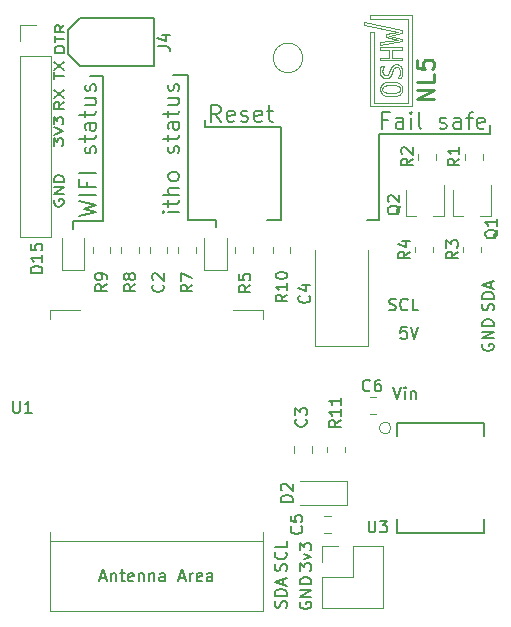
<source format=gto>
G04 #@! TF.GenerationSoftware,KiCad,Pcbnew,7.0.7*
G04 #@! TF.CreationDate,2023-10-13T16:37:57+02:00*
G04 #@! TF.ProjectId,ithowifi_4l,6974686f-7769-4666-995f-346c2e6b6963,rev?*
G04 #@! TF.SameCoordinates,Original*
G04 #@! TF.FileFunction,Legend,Top*
G04 #@! TF.FilePolarity,Positive*
%FSLAX46Y46*%
G04 Gerber Fmt 4.6, Leading zero omitted, Abs format (unit mm)*
G04 Created by KiCad (PCBNEW 7.0.7) date 2023-10-13 16:37:57*
%MOMM*%
%LPD*%
G01*
G04 APERTURE LIST*
%ADD10C,0.200000*%
%ADD11C,0.125000*%
%ADD12C,0.150000*%
%ADD13C,0.219726*%
%ADD14C,0.120000*%
G04 APERTURE END LIST*
D10*
X98635000Y-110700000D02*
X98635000Y-122936000D01*
X98635000Y-110700000D02*
X97365000Y-110700000D01*
X98635000Y-122936000D02*
X100965000Y-122936000D01*
X100965000Y-123571000D02*
X100965000Y-122936000D01*
X114808000Y-122936000D02*
X113792000Y-122936000D01*
X114808000Y-122936000D02*
X114808000Y-115700000D01*
X124200000Y-115700000D02*
X124200000Y-114900000D01*
X114808000Y-115700000D02*
X124200000Y-115700000D01*
X105328500Y-122936000D02*
X106471500Y-122936000D01*
X100075000Y-115100000D02*
X100075000Y-114465000D01*
X100075000Y-115100000D02*
X106475000Y-115100000D01*
X106471500Y-122936000D02*
X106475000Y-115100000D01*
X88900000Y-123063000D02*
X91440000Y-123063000D01*
D11*
X114924121Y-108127604D02*
X114924121Y-108127604D01*
X116746770Y-107855554D02*
X114924121Y-108127604D01*
X116746770Y-107622204D02*
X116746770Y-107855554D01*
X115663870Y-107375604D02*
X116746770Y-107622204D01*
X116746770Y-107128004D02*
X115663870Y-107375604D01*
X116746770Y-106894705D02*
X116746770Y-107128004D01*
X113569970Y-106205954D02*
X116746770Y-106894705D01*
X113569970Y-106446304D02*
X113569970Y-106205954D01*
X116406070Y-107037654D02*
X113569970Y-106446304D01*
X115424620Y-107247654D02*
X116406070Y-107037654D01*
X115424620Y-107505054D02*
X115424620Y-107247654D01*
X116403620Y-107712554D02*
X115424620Y-107505054D01*
X114924121Y-107887254D02*
X116403620Y-107712554D01*
X114924121Y-108127604D02*
X114924121Y-107887254D01*
X114924121Y-109464705D02*
X114924121Y-109464705D01*
X116746770Y-109464705D02*
X114924121Y-109464705D01*
X116746770Y-109216754D02*
X116746770Y-109464705D01*
X115878720Y-109216754D02*
X116746770Y-109216754D01*
X115878720Y-108541854D02*
X115878720Y-109216754D01*
X116746770Y-108541854D02*
X115878720Y-108541854D01*
X116746770Y-108293904D02*
X116746770Y-108541854D01*
X114924121Y-108293904D02*
X116746770Y-108293904D01*
X114924121Y-108541854D02*
X114924121Y-108293904D01*
X115671220Y-108541854D02*
X114924121Y-108541854D01*
X115671220Y-109216754D02*
X115671220Y-108541854D01*
X114924121Y-109216754D02*
X115671220Y-109216754D01*
X114924121Y-109464705D02*
X114924121Y-109216754D01*
X114986820Y-109900069D02*
X114986520Y-109900069D01*
X114978670Y-109921499D02*
X114986820Y-109900069D01*
X114919820Y-110124954D02*
X114978670Y-109921499D01*
X114916020Y-110144219D02*
X114919820Y-110124954D01*
X114911921Y-110163744D02*
X114916020Y-110144219D01*
X114891570Y-110309959D02*
X114911921Y-110163744D01*
X114891570Y-110365024D02*
X114891570Y-110309959D01*
X114891570Y-110426604D02*
X114891570Y-110365024D01*
X114928220Y-110610524D02*
X114891570Y-110426604D01*
X115014470Y-110774639D02*
X114928220Y-110610524D01*
X115039170Y-110802034D02*
X115014470Y-110774639D01*
X115063570Y-110829434D02*
X115039170Y-110802034D01*
X115210070Y-110924920D02*
X115063570Y-110829434D01*
X115374720Y-110965615D02*
X115210070Y-110924920D01*
X115429770Y-110965615D02*
X115374720Y-110965615D01*
X115473470Y-110965615D02*
X115429770Y-110965615D01*
X115605020Y-110937124D02*
X115473470Y-110965615D01*
X115721670Y-110870124D02*
X115605020Y-110937124D01*
X115741220Y-110850864D02*
X115721670Y-110870124D01*
X115760470Y-110831874D02*
X115741220Y-110850864D01*
X115842370Y-110701399D02*
X115760470Y-110831874D01*
X115904770Y-110524529D02*
X115842370Y-110701399D01*
X115914270Y-110482209D02*
X115904770Y-110524529D01*
X115944920Y-110350649D02*
X115914270Y-110482209D01*
X115951420Y-110321349D02*
X115944920Y-110350649D01*
X115992121Y-110200364D02*
X115951420Y-110321349D01*
X116043670Y-110114649D02*
X115992121Y-110200364D01*
X116055870Y-110102709D02*
X116043670Y-110114649D01*
X116067820Y-110090774D02*
X116055870Y-110102709D01*
X116212370Y-110030819D02*
X116067820Y-110090774D01*
X116264720Y-110030819D02*
X116212370Y-110030819D01*
X116298120Y-110030819D02*
X116264720Y-110030819D01*
X116398220Y-110056864D02*
X116298120Y-110030819D01*
X116485020Y-110117354D02*
X116398220Y-110056864D01*
X116499120Y-110134444D02*
X116485020Y-110117354D01*
X116512970Y-110151809D02*
X116499120Y-110134444D01*
X116561220Y-110258959D02*
X116512970Y-110151809D01*
X116582120Y-110383474D02*
X116561220Y-110258959D01*
X116582120Y-110424974D02*
X116582120Y-110383474D01*
X116582120Y-110483029D02*
X116582120Y-110424974D01*
X116547420Y-110656909D02*
X116582120Y-110483029D01*
X116540620Y-110677794D02*
X116547420Y-110656909D01*
X116533571Y-110698684D02*
X116540620Y-110677794D01*
X116424771Y-110919225D02*
X116533571Y-110698684D01*
X116410120Y-110942549D02*
X116424771Y-110919225D01*
X116672470Y-110942549D02*
X116410120Y-110942549D01*
X116681420Y-110920849D02*
X116672470Y-110942549D01*
X116749770Y-110704384D02*
X116681420Y-110920849D01*
X116754370Y-110682684D02*
X116749770Y-110704384D01*
X116758970Y-110661249D02*
X116754370Y-110682684D01*
X116782320Y-110489534D02*
X116758970Y-110661249D01*
X116782320Y-110424974D02*
X116782320Y-110489534D01*
X116782320Y-110357434D02*
X116782320Y-110424974D01*
X116748121Y-110153979D02*
X116782320Y-110357434D01*
X116668370Y-109983079D02*
X116748121Y-110153979D01*
X116645620Y-109956224D02*
X116668370Y-109983079D01*
X116622820Y-109929369D02*
X116645620Y-109956224D01*
X116477970Y-109835509D02*
X116622820Y-109929369D01*
X116306220Y-109795089D02*
X116477970Y-109835509D01*
X116249020Y-109795089D02*
X116306220Y-109795089D01*
X116199371Y-109795089D02*
X116249020Y-109795089D01*
X116051270Y-109824389D02*
X116199371Y-109795089D01*
X115921070Y-109892749D02*
X116051270Y-109824389D01*
X115899870Y-109912279D02*
X115921070Y-109892749D01*
X115878470Y-109931814D02*
X115899870Y-109912279D01*
X115788670Y-110064459D02*
X115878470Y-109931814D01*
X115721670Y-110243224D02*
X115788670Y-110064459D01*
X115711920Y-110285814D02*
X115721670Y-110243224D01*
X115682620Y-110415209D02*
X115711920Y-110285814D01*
X115675270Y-110445589D02*
X115682620Y-110415209D01*
X115586870Y-110653115D02*
X115675270Y-110445589D01*
X115576270Y-110664229D02*
X115586870Y-110653115D01*
X115565670Y-110675354D02*
X115576270Y-110664229D01*
X115437920Y-110730154D02*
X115565670Y-110675354D01*
X115391820Y-110730154D02*
X115437920Y-110730154D01*
X115360870Y-110730154D02*
X115391820Y-110730154D01*
X115268120Y-110704924D02*
X115360870Y-110730154D01*
X115186720Y-110645784D02*
X115268120Y-110704924D01*
X115173421Y-110628694D02*
X115186720Y-110645784D01*
X115159620Y-110611874D02*
X115173421Y-110628694D01*
X115112120Y-110509069D02*
X115159620Y-110611874D01*
X115091520Y-110382114D02*
X115112120Y-110509069D01*
X115091520Y-110352819D02*
X115091520Y-110382114D01*
X115091520Y-110333829D02*
X115091520Y-110352819D01*
X115121920Y-110144489D02*
X115091520Y-110333829D01*
X115128120Y-110125764D02*
X115121920Y-110144489D01*
X115134120Y-110107049D02*
X115128120Y-110125764D01*
X115224720Y-109918794D02*
X115134120Y-110107049D01*
X115236920Y-109900069D02*
X115224720Y-109918794D01*
X114986520Y-109900069D02*
X115236920Y-109900069D01*
X115837221Y-111277299D02*
X115837221Y-111277299D01*
X115733070Y-111277299D02*
X115837221Y-111277299D01*
X115420570Y-111315275D02*
X115733070Y-111277299D01*
X115164470Y-111403439D02*
X115420570Y-111315275D01*
X115125420Y-111428659D02*
X115164470Y-111403439D01*
X115086370Y-111453889D02*
X115125420Y-111428659D01*
X114949620Y-111618549D02*
X115086370Y-111453889D01*
X114891020Y-111820375D02*
X114949620Y-111618549D01*
X114891020Y-111887649D02*
X114891020Y-111820375D01*
X114891020Y-111954924D02*
X114891020Y-111887649D01*
X114949620Y-112156204D02*
X114891020Y-111954924D01*
X115086370Y-112321404D02*
X114949620Y-112156204D01*
X115125420Y-112346634D02*
X115086370Y-112321404D01*
X115164470Y-112371864D02*
X115125420Y-112346634D01*
X115420570Y-112459479D02*
X115164470Y-112371864D01*
X115733070Y-112496919D02*
X115420570Y-112459479D01*
X115837221Y-112496919D02*
X115733070Y-112496919D01*
X115941370Y-112496919D02*
X115837221Y-112496919D01*
X116254170Y-112459479D02*
X115941370Y-112496919D01*
X116509671Y-112371864D02*
X116254170Y-112459479D01*
X116548770Y-112346634D02*
X116509671Y-112371864D01*
X116587570Y-112321674D02*
X116548770Y-112346634D01*
X116723470Y-112157014D02*
X116587570Y-112321674D01*
X116782070Y-111955194D02*
X116723470Y-112157014D01*
X116782070Y-111887649D02*
X116782070Y-111955194D01*
X116782070Y-111820375D02*
X116782070Y-111887649D01*
X116723470Y-111618549D02*
X116782070Y-111820375D01*
X116586720Y-111453889D02*
X116723470Y-111618549D01*
X116547670Y-111428659D02*
X116586720Y-111453889D01*
X116508620Y-111403439D02*
X116547670Y-111428659D01*
X116252820Y-111315275D02*
X116508620Y-111403439D01*
X115941120Y-111277299D02*
X116252820Y-111315275D01*
X115837221Y-111277299D02*
X115941120Y-111277299D01*
X115837221Y-111534999D02*
X115837221Y-111534999D01*
X115923220Y-111534999D02*
X115837221Y-111534999D01*
X116181470Y-111555889D02*
X115923220Y-111534999D01*
X116382220Y-111604174D02*
X116181470Y-111555889D01*
X116410970Y-111618009D02*
X116382220Y-111604174D01*
X116439420Y-111631844D02*
X116410970Y-111618009D01*
X116538970Y-111726514D02*
X116439420Y-111631844D01*
X116581871Y-111847499D02*
X116538970Y-111726514D01*
X116581871Y-111887649D02*
X116581871Y-111847499D01*
X116581871Y-111928069D02*
X116581871Y-111887649D01*
X116538720Y-112048779D02*
X116581871Y-111928069D01*
X116438070Y-112143725D02*
X116538720Y-112048779D01*
X116409620Y-112157559D02*
X116438070Y-112143725D01*
X116380870Y-112171399D02*
X116409620Y-112157559D01*
X116180370Y-112218869D02*
X116380870Y-112171399D01*
X115922971Y-112239209D02*
X116180370Y-112218869D01*
X115837221Y-112239209D02*
X115922971Y-112239209D01*
X115750970Y-112239209D02*
X115837221Y-112239209D01*
X115492970Y-112218869D02*
X115750970Y-112239209D01*
X115291970Y-112171399D02*
X115492970Y-112218869D01*
X115263470Y-112157559D02*
X115291970Y-112171399D01*
X115234720Y-112143725D02*
X115263470Y-112157559D01*
X115134120Y-112048779D02*
X115234720Y-112143725D01*
X114026820Y-113338114D02*
X117571710Y-113338114D01*
X114026820Y-105652554D02*
X114026820Y-105958554D01*
X117571710Y-105652554D02*
X114026820Y-105652554D01*
X115091221Y-111928069D02*
X115134120Y-112048779D01*
X115091221Y-111887649D02*
X115091221Y-111928069D01*
X115091221Y-111847499D02*
X115091221Y-111887649D01*
X115134120Y-111726514D02*
X115091221Y-111847499D01*
X115234720Y-111631844D02*
X115134120Y-111726514D01*
X115263470Y-111618009D02*
X115234720Y-111631844D01*
X114339320Y-113025614D02*
X114339320Y-107018404D01*
X117259210Y-113025614D02*
X114339320Y-113025614D01*
X117571710Y-113338114D02*
X117571710Y-105652554D01*
X117259210Y-105965054D02*
X117259210Y-113025614D01*
X114026820Y-105958554D02*
X117259210Y-105965054D01*
X114026820Y-107018404D02*
X114026820Y-113338114D01*
X114339320Y-107018404D02*
X114026820Y-107018404D01*
X115291970Y-111604174D02*
X115263470Y-111618009D01*
X115492970Y-111555889D02*
X115291970Y-111604174D01*
X115750970Y-111534999D02*
X115492970Y-111555889D01*
X115837221Y-111534999D02*
X115750970Y-111534999D01*
X114026820Y-113338114D02*
X114026820Y-113338114D01*
D10*
X90360500Y-110800000D02*
X91440000Y-110800000D01*
X88900000Y-123698000D02*
X88900000Y-123063000D01*
X91440000Y-110800000D02*
X91440000Y-123063000D01*
D12*
X115649524Y-130582200D02*
X115792381Y-130629819D01*
X115792381Y-130629819D02*
X116030476Y-130629819D01*
X116030476Y-130629819D02*
X116125714Y-130582200D01*
X116125714Y-130582200D02*
X116173333Y-130534580D01*
X116173333Y-130534580D02*
X116220952Y-130439342D01*
X116220952Y-130439342D02*
X116220952Y-130344104D01*
X116220952Y-130344104D02*
X116173333Y-130248866D01*
X116173333Y-130248866D02*
X116125714Y-130201247D01*
X116125714Y-130201247D02*
X116030476Y-130153628D01*
X116030476Y-130153628D02*
X115840000Y-130106009D01*
X115840000Y-130106009D02*
X115744762Y-130058390D01*
X115744762Y-130058390D02*
X115697143Y-130010771D01*
X115697143Y-130010771D02*
X115649524Y-129915533D01*
X115649524Y-129915533D02*
X115649524Y-129820295D01*
X115649524Y-129820295D02*
X115697143Y-129725057D01*
X115697143Y-129725057D02*
X115744762Y-129677438D01*
X115744762Y-129677438D02*
X115840000Y-129629819D01*
X115840000Y-129629819D02*
X116078095Y-129629819D01*
X116078095Y-129629819D02*
X116220952Y-129677438D01*
X117220952Y-130534580D02*
X117173333Y-130582200D01*
X117173333Y-130582200D02*
X117030476Y-130629819D01*
X117030476Y-130629819D02*
X116935238Y-130629819D01*
X116935238Y-130629819D02*
X116792381Y-130582200D01*
X116792381Y-130582200D02*
X116697143Y-130486961D01*
X116697143Y-130486961D02*
X116649524Y-130391723D01*
X116649524Y-130391723D02*
X116601905Y-130201247D01*
X116601905Y-130201247D02*
X116601905Y-130058390D01*
X116601905Y-130058390D02*
X116649524Y-129867914D01*
X116649524Y-129867914D02*
X116697143Y-129772676D01*
X116697143Y-129772676D02*
X116792381Y-129677438D01*
X116792381Y-129677438D02*
X116935238Y-129629819D01*
X116935238Y-129629819D02*
X117030476Y-129629819D01*
X117030476Y-129629819D02*
X117173333Y-129677438D01*
X117173333Y-129677438D02*
X117220952Y-129725057D01*
X118125714Y-130629819D02*
X117649524Y-130629819D01*
X117649524Y-130629819D02*
X117649524Y-129629819D01*
X87319295Y-111048704D02*
X87319295Y-110477276D01*
X88119295Y-110762990D02*
X87319295Y-110762990D01*
X87319295Y-110239180D02*
X88119295Y-109572514D01*
X87319295Y-109572514D02*
X88119295Y-110239180D01*
X87268495Y-116681094D02*
X87268495Y-116062047D01*
X87268495Y-116062047D02*
X87573257Y-116395380D01*
X87573257Y-116395380D02*
X87573257Y-116252523D01*
X87573257Y-116252523D02*
X87611352Y-116157285D01*
X87611352Y-116157285D02*
X87649447Y-116109666D01*
X87649447Y-116109666D02*
X87725638Y-116062047D01*
X87725638Y-116062047D02*
X87916114Y-116062047D01*
X87916114Y-116062047D02*
X87992304Y-116109666D01*
X87992304Y-116109666D02*
X88030400Y-116157285D01*
X88030400Y-116157285D02*
X88068495Y-116252523D01*
X88068495Y-116252523D02*
X88068495Y-116538237D01*
X88068495Y-116538237D02*
X88030400Y-116633475D01*
X88030400Y-116633475D02*
X87992304Y-116681094D01*
X87268495Y-115776332D02*
X88068495Y-115442999D01*
X88068495Y-115442999D02*
X87268495Y-115109666D01*
X87268495Y-114871570D02*
X87268495Y-114252523D01*
X87268495Y-114252523D02*
X87573257Y-114585856D01*
X87573257Y-114585856D02*
X87573257Y-114442999D01*
X87573257Y-114442999D02*
X87611352Y-114347761D01*
X87611352Y-114347761D02*
X87649447Y-114300142D01*
X87649447Y-114300142D02*
X87725638Y-114252523D01*
X87725638Y-114252523D02*
X87916114Y-114252523D01*
X87916114Y-114252523D02*
X87992304Y-114300142D01*
X87992304Y-114300142D02*
X88030400Y-114347761D01*
X88030400Y-114347761D02*
X88068495Y-114442999D01*
X88068495Y-114442999D02*
X88068495Y-114728713D01*
X88068495Y-114728713D02*
X88030400Y-114823951D01*
X88030400Y-114823951D02*
X87992304Y-114871570D01*
X87331990Y-121259504D02*
X87293895Y-121354742D01*
X87293895Y-121354742D02*
X87293895Y-121497599D01*
X87293895Y-121497599D02*
X87331990Y-121640456D01*
X87331990Y-121640456D02*
X87408180Y-121735694D01*
X87408180Y-121735694D02*
X87484371Y-121783313D01*
X87484371Y-121783313D02*
X87636752Y-121830932D01*
X87636752Y-121830932D02*
X87751038Y-121830932D01*
X87751038Y-121830932D02*
X87903419Y-121783313D01*
X87903419Y-121783313D02*
X87979609Y-121735694D01*
X87979609Y-121735694D02*
X88055800Y-121640456D01*
X88055800Y-121640456D02*
X88093895Y-121497599D01*
X88093895Y-121497599D02*
X88093895Y-121402361D01*
X88093895Y-121402361D02*
X88055800Y-121259504D01*
X88055800Y-121259504D02*
X88017704Y-121211885D01*
X88017704Y-121211885D02*
X87751038Y-121211885D01*
X87751038Y-121211885D02*
X87751038Y-121402361D01*
X88093895Y-120783313D02*
X87293895Y-120783313D01*
X87293895Y-120783313D02*
X88093895Y-120211885D01*
X88093895Y-120211885D02*
X87293895Y-120211885D01*
X88093895Y-119735694D02*
X87293895Y-119735694D01*
X87293895Y-119735694D02*
X87293895Y-119497599D01*
X87293895Y-119497599D02*
X87331990Y-119354742D01*
X87331990Y-119354742D02*
X87408180Y-119259504D01*
X87408180Y-119259504D02*
X87484371Y-119211885D01*
X87484371Y-119211885D02*
X87636752Y-119164266D01*
X87636752Y-119164266D02*
X87751038Y-119164266D01*
X87751038Y-119164266D02*
X87903419Y-119211885D01*
X87903419Y-119211885D02*
X87979609Y-119259504D01*
X87979609Y-119259504D02*
X88055800Y-119354742D01*
X88055800Y-119354742D02*
X88093895Y-119497599D01*
X88093895Y-119497599D02*
X88093895Y-119735694D01*
X88093895Y-112968066D02*
X87712942Y-113301399D01*
X88093895Y-113539494D02*
X87293895Y-113539494D01*
X87293895Y-113539494D02*
X87293895Y-113158542D01*
X87293895Y-113158542D02*
X87331990Y-113063304D01*
X87331990Y-113063304D02*
X87370085Y-113015685D01*
X87370085Y-113015685D02*
X87446276Y-112968066D01*
X87446276Y-112968066D02*
X87560561Y-112968066D01*
X87560561Y-112968066D02*
X87636752Y-113015685D01*
X87636752Y-113015685D02*
X87674847Y-113063304D01*
X87674847Y-113063304D02*
X87712942Y-113158542D01*
X87712942Y-113158542D02*
X87712942Y-113539494D01*
X87293895Y-112634732D02*
X88093895Y-111968066D01*
X87293895Y-111968066D02*
X88093895Y-112634732D01*
X106939200Y-152658475D02*
X106986819Y-152515618D01*
X106986819Y-152515618D02*
X106986819Y-152277523D01*
X106986819Y-152277523D02*
X106939200Y-152182285D01*
X106939200Y-152182285D02*
X106891580Y-152134666D01*
X106891580Y-152134666D02*
X106796342Y-152087047D01*
X106796342Y-152087047D02*
X106701104Y-152087047D01*
X106701104Y-152087047D02*
X106605866Y-152134666D01*
X106605866Y-152134666D02*
X106558247Y-152182285D01*
X106558247Y-152182285D02*
X106510628Y-152277523D01*
X106510628Y-152277523D02*
X106463009Y-152467999D01*
X106463009Y-152467999D02*
X106415390Y-152563237D01*
X106415390Y-152563237D02*
X106367771Y-152610856D01*
X106367771Y-152610856D02*
X106272533Y-152658475D01*
X106272533Y-152658475D02*
X106177295Y-152658475D01*
X106177295Y-152658475D02*
X106082057Y-152610856D01*
X106082057Y-152610856D02*
X106034438Y-152563237D01*
X106034438Y-152563237D02*
X105986819Y-152467999D01*
X105986819Y-152467999D02*
X105986819Y-152229904D01*
X105986819Y-152229904D02*
X106034438Y-152087047D01*
X106891580Y-151087047D02*
X106939200Y-151134666D01*
X106939200Y-151134666D02*
X106986819Y-151277523D01*
X106986819Y-151277523D02*
X106986819Y-151372761D01*
X106986819Y-151372761D02*
X106939200Y-151515618D01*
X106939200Y-151515618D02*
X106843961Y-151610856D01*
X106843961Y-151610856D02*
X106748723Y-151658475D01*
X106748723Y-151658475D02*
X106558247Y-151706094D01*
X106558247Y-151706094D02*
X106415390Y-151706094D01*
X106415390Y-151706094D02*
X106224914Y-151658475D01*
X106224914Y-151658475D02*
X106129676Y-151610856D01*
X106129676Y-151610856D02*
X106034438Y-151515618D01*
X106034438Y-151515618D02*
X105986819Y-151372761D01*
X105986819Y-151372761D02*
X105986819Y-151277523D01*
X105986819Y-151277523D02*
X106034438Y-151134666D01*
X106034438Y-151134666D02*
X106082057Y-151087047D01*
X106986819Y-150182285D02*
X106986819Y-150658475D01*
X106986819Y-150658475D02*
X105986819Y-150658475D01*
X106939200Y-155782285D02*
X106986819Y-155639428D01*
X106986819Y-155639428D02*
X106986819Y-155401333D01*
X106986819Y-155401333D02*
X106939200Y-155306095D01*
X106939200Y-155306095D02*
X106891580Y-155258476D01*
X106891580Y-155258476D02*
X106796342Y-155210857D01*
X106796342Y-155210857D02*
X106701104Y-155210857D01*
X106701104Y-155210857D02*
X106605866Y-155258476D01*
X106605866Y-155258476D02*
X106558247Y-155306095D01*
X106558247Y-155306095D02*
X106510628Y-155401333D01*
X106510628Y-155401333D02*
X106463009Y-155591809D01*
X106463009Y-155591809D02*
X106415390Y-155687047D01*
X106415390Y-155687047D02*
X106367771Y-155734666D01*
X106367771Y-155734666D02*
X106272533Y-155782285D01*
X106272533Y-155782285D02*
X106177295Y-155782285D01*
X106177295Y-155782285D02*
X106082057Y-155734666D01*
X106082057Y-155734666D02*
X106034438Y-155687047D01*
X106034438Y-155687047D02*
X105986819Y-155591809D01*
X105986819Y-155591809D02*
X105986819Y-155353714D01*
X105986819Y-155353714D02*
X106034438Y-155210857D01*
X106986819Y-154782285D02*
X105986819Y-154782285D01*
X105986819Y-154782285D02*
X105986819Y-154544190D01*
X105986819Y-154544190D02*
X106034438Y-154401333D01*
X106034438Y-154401333D02*
X106129676Y-154306095D01*
X106129676Y-154306095D02*
X106224914Y-154258476D01*
X106224914Y-154258476D02*
X106415390Y-154210857D01*
X106415390Y-154210857D02*
X106558247Y-154210857D01*
X106558247Y-154210857D02*
X106748723Y-154258476D01*
X106748723Y-154258476D02*
X106843961Y-154306095D01*
X106843961Y-154306095D02*
X106939200Y-154401333D01*
X106939200Y-154401333D02*
X106986819Y-154544190D01*
X106986819Y-154544190D02*
X106986819Y-154782285D01*
X106701104Y-153829904D02*
X106701104Y-153353714D01*
X106986819Y-153925142D02*
X105986819Y-153591809D01*
X105986819Y-153591809D02*
X106986819Y-153258476D01*
X108134438Y-155329904D02*
X108086819Y-155425142D01*
X108086819Y-155425142D02*
X108086819Y-155567999D01*
X108086819Y-155567999D02*
X108134438Y-155710856D01*
X108134438Y-155710856D02*
X108229676Y-155806094D01*
X108229676Y-155806094D02*
X108324914Y-155853713D01*
X108324914Y-155853713D02*
X108515390Y-155901332D01*
X108515390Y-155901332D02*
X108658247Y-155901332D01*
X108658247Y-155901332D02*
X108848723Y-155853713D01*
X108848723Y-155853713D02*
X108943961Y-155806094D01*
X108943961Y-155806094D02*
X109039200Y-155710856D01*
X109039200Y-155710856D02*
X109086819Y-155567999D01*
X109086819Y-155567999D02*
X109086819Y-155472761D01*
X109086819Y-155472761D02*
X109039200Y-155329904D01*
X109039200Y-155329904D02*
X108991580Y-155282285D01*
X108991580Y-155282285D02*
X108658247Y-155282285D01*
X108658247Y-155282285D02*
X108658247Y-155472761D01*
X109086819Y-154853713D02*
X108086819Y-154853713D01*
X108086819Y-154853713D02*
X109086819Y-154282285D01*
X109086819Y-154282285D02*
X108086819Y-154282285D01*
X109086819Y-153806094D02*
X108086819Y-153806094D01*
X108086819Y-153806094D02*
X108086819Y-153567999D01*
X108086819Y-153567999D02*
X108134438Y-153425142D01*
X108134438Y-153425142D02*
X108229676Y-153329904D01*
X108229676Y-153329904D02*
X108324914Y-153282285D01*
X108324914Y-153282285D02*
X108515390Y-153234666D01*
X108515390Y-153234666D02*
X108658247Y-153234666D01*
X108658247Y-153234666D02*
X108848723Y-153282285D01*
X108848723Y-153282285D02*
X108943961Y-153329904D01*
X108943961Y-153329904D02*
X109039200Y-153425142D01*
X109039200Y-153425142D02*
X109086819Y-153567999D01*
X109086819Y-153567999D02*
X109086819Y-153806094D01*
X108086819Y-152658475D02*
X108086819Y-152039428D01*
X108086819Y-152039428D02*
X108467771Y-152372761D01*
X108467771Y-152372761D02*
X108467771Y-152229904D01*
X108467771Y-152229904D02*
X108515390Y-152134666D01*
X108515390Y-152134666D02*
X108563009Y-152087047D01*
X108563009Y-152087047D02*
X108658247Y-152039428D01*
X108658247Y-152039428D02*
X108896342Y-152039428D01*
X108896342Y-152039428D02*
X108991580Y-152087047D01*
X108991580Y-152087047D02*
X109039200Y-152134666D01*
X109039200Y-152134666D02*
X109086819Y-152229904D01*
X109086819Y-152229904D02*
X109086819Y-152515618D01*
X109086819Y-152515618D02*
X109039200Y-152610856D01*
X109039200Y-152610856D02*
X108991580Y-152658475D01*
X108420152Y-151706094D02*
X109086819Y-151467999D01*
X109086819Y-151467999D02*
X108420152Y-151229904D01*
X108086819Y-150944189D02*
X108086819Y-150325142D01*
X108086819Y-150325142D02*
X108467771Y-150658475D01*
X108467771Y-150658475D02*
X108467771Y-150515618D01*
X108467771Y-150515618D02*
X108515390Y-150420380D01*
X108515390Y-150420380D02*
X108563009Y-150372761D01*
X108563009Y-150372761D02*
X108658247Y-150325142D01*
X108658247Y-150325142D02*
X108896342Y-150325142D01*
X108896342Y-150325142D02*
X108991580Y-150372761D01*
X108991580Y-150372761D02*
X109039200Y-150420380D01*
X109039200Y-150420380D02*
X109086819Y-150515618D01*
X109086819Y-150515618D02*
X109086819Y-150801332D01*
X109086819Y-150801332D02*
X109039200Y-150896570D01*
X109039200Y-150896570D02*
X108991580Y-150944189D01*
X117141523Y-132022819D02*
X116665333Y-132022819D01*
X116665333Y-132022819D02*
X116617714Y-132499009D01*
X116617714Y-132499009D02*
X116665333Y-132451390D01*
X116665333Y-132451390D02*
X116760571Y-132403771D01*
X116760571Y-132403771D02*
X116998666Y-132403771D01*
X116998666Y-132403771D02*
X117093904Y-132451390D01*
X117093904Y-132451390D02*
X117141523Y-132499009D01*
X117141523Y-132499009D02*
X117189142Y-132594247D01*
X117189142Y-132594247D02*
X117189142Y-132832342D01*
X117189142Y-132832342D02*
X117141523Y-132927580D01*
X117141523Y-132927580D02*
X117093904Y-132975200D01*
X117093904Y-132975200D02*
X116998666Y-133022819D01*
X116998666Y-133022819D02*
X116760571Y-133022819D01*
X116760571Y-133022819D02*
X116665333Y-132975200D01*
X116665333Y-132975200D02*
X116617714Y-132927580D01*
X117474857Y-132022819D02*
X117808190Y-133022819D01*
X117808190Y-133022819D02*
X118141523Y-132022819D01*
X86306819Y-127452285D02*
X85306819Y-127452285D01*
X85306819Y-127452285D02*
X85306819Y-127214190D01*
X85306819Y-127214190D02*
X85354438Y-127071333D01*
X85354438Y-127071333D02*
X85449676Y-126976095D01*
X85449676Y-126976095D02*
X85544914Y-126928476D01*
X85544914Y-126928476D02*
X85735390Y-126880857D01*
X85735390Y-126880857D02*
X85878247Y-126880857D01*
X85878247Y-126880857D02*
X86068723Y-126928476D01*
X86068723Y-126928476D02*
X86163961Y-126976095D01*
X86163961Y-126976095D02*
X86259200Y-127071333D01*
X86259200Y-127071333D02*
X86306819Y-127214190D01*
X86306819Y-127214190D02*
X86306819Y-127452285D01*
X86306819Y-125928476D02*
X86306819Y-126499904D01*
X86306819Y-126214190D02*
X85306819Y-126214190D01*
X85306819Y-126214190D02*
X85449676Y-126309428D01*
X85449676Y-126309428D02*
X85544914Y-126404666D01*
X85544914Y-126404666D02*
X85592533Y-126499904D01*
X85306819Y-125023714D02*
X85306819Y-125499904D01*
X85306819Y-125499904D02*
X85783009Y-125547523D01*
X85783009Y-125547523D02*
X85735390Y-125499904D01*
X85735390Y-125499904D02*
X85687771Y-125404666D01*
X85687771Y-125404666D02*
X85687771Y-125166571D01*
X85687771Y-125166571D02*
X85735390Y-125071333D01*
X85735390Y-125071333D02*
X85783009Y-125023714D01*
X85783009Y-125023714D02*
X85878247Y-124976095D01*
X85878247Y-124976095D02*
X86116342Y-124976095D01*
X86116342Y-124976095D02*
X86211580Y-125023714D01*
X86211580Y-125023714D02*
X86259200Y-125071333D01*
X86259200Y-125071333D02*
X86306819Y-125166571D01*
X86306819Y-125166571D02*
X86306819Y-125404666D01*
X86306819Y-125404666D02*
X86259200Y-125499904D01*
X86259200Y-125499904D02*
X86211580Y-125547523D01*
D13*
X119417240Y-112722110D02*
X118017240Y-112722110D01*
X118017240Y-112722110D02*
X119417240Y-111922110D01*
X119417240Y-111922110D02*
X118017240Y-111922110D01*
X119417240Y-110588777D02*
X119417240Y-111255443D01*
X119417240Y-111255443D02*
X118017240Y-111255443D01*
X118017240Y-109455444D02*
X118017240Y-110122110D01*
X118017240Y-110122110D02*
X118683907Y-110188777D01*
X118683907Y-110188777D02*
X118617240Y-110122110D01*
X118617240Y-110122110D02*
X118550574Y-109988777D01*
X118550574Y-109988777D02*
X118550574Y-109655444D01*
X118550574Y-109655444D02*
X118617240Y-109522110D01*
X118617240Y-109522110D02*
X118683907Y-109455444D01*
X118683907Y-109455444D02*
X118817240Y-109388777D01*
X118817240Y-109388777D02*
X119150574Y-109388777D01*
X119150574Y-109388777D02*
X119283907Y-109455444D01*
X119283907Y-109455444D02*
X119350574Y-109522110D01*
X119350574Y-109522110D02*
X119417240Y-109655444D01*
X119417240Y-109655444D02*
X119417240Y-109988777D01*
X119417240Y-109988777D02*
X119350574Y-110122110D01*
X119350574Y-110122110D02*
X119283907Y-110188777D01*
D12*
X116008191Y-137122819D02*
X116341524Y-138122819D01*
X116341524Y-138122819D02*
X116674857Y-137122819D01*
X117008191Y-138122819D02*
X117008191Y-137456152D01*
X117008191Y-137122819D02*
X116960572Y-137170438D01*
X116960572Y-137170438D02*
X117008191Y-137218057D01*
X117008191Y-137218057D02*
X117055810Y-137170438D01*
X117055810Y-137170438D02*
X117008191Y-137122819D01*
X117008191Y-137122819D02*
X117008191Y-137218057D01*
X117484381Y-137456152D02*
X117484381Y-138122819D01*
X117484381Y-137551390D02*
X117532000Y-137503771D01*
X117532000Y-137503771D02*
X117627238Y-137456152D01*
X117627238Y-137456152D02*
X117770095Y-137456152D01*
X117770095Y-137456152D02*
X117865333Y-137503771D01*
X117865333Y-137503771D02*
X117912952Y-137599009D01*
X117912952Y-137599009D02*
X117912952Y-138122819D01*
X123581438Y-133476904D02*
X123533819Y-133572142D01*
X123533819Y-133572142D02*
X123533819Y-133714999D01*
X123533819Y-133714999D02*
X123581438Y-133857856D01*
X123581438Y-133857856D02*
X123676676Y-133953094D01*
X123676676Y-133953094D02*
X123771914Y-134000713D01*
X123771914Y-134000713D02*
X123962390Y-134048332D01*
X123962390Y-134048332D02*
X124105247Y-134048332D01*
X124105247Y-134048332D02*
X124295723Y-134000713D01*
X124295723Y-134000713D02*
X124390961Y-133953094D01*
X124390961Y-133953094D02*
X124486200Y-133857856D01*
X124486200Y-133857856D02*
X124533819Y-133714999D01*
X124533819Y-133714999D02*
X124533819Y-133619761D01*
X124533819Y-133619761D02*
X124486200Y-133476904D01*
X124486200Y-133476904D02*
X124438580Y-133429285D01*
X124438580Y-133429285D02*
X124105247Y-133429285D01*
X124105247Y-133429285D02*
X124105247Y-133619761D01*
X124533819Y-133000713D02*
X123533819Y-133000713D01*
X123533819Y-133000713D02*
X124533819Y-132429285D01*
X124533819Y-132429285D02*
X123533819Y-132429285D01*
X124533819Y-131953094D02*
X123533819Y-131953094D01*
X123533819Y-131953094D02*
X123533819Y-131714999D01*
X123533819Y-131714999D02*
X123581438Y-131572142D01*
X123581438Y-131572142D02*
X123676676Y-131476904D01*
X123676676Y-131476904D02*
X123771914Y-131429285D01*
X123771914Y-131429285D02*
X123962390Y-131381666D01*
X123962390Y-131381666D02*
X124105247Y-131381666D01*
X124105247Y-131381666D02*
X124295723Y-131429285D01*
X124295723Y-131429285D02*
X124390961Y-131476904D01*
X124390961Y-131476904D02*
X124486200Y-131572142D01*
X124486200Y-131572142D02*
X124533819Y-131714999D01*
X124533819Y-131714999D02*
X124533819Y-131953094D01*
X124486200Y-130627285D02*
X124533819Y-130484428D01*
X124533819Y-130484428D02*
X124533819Y-130246333D01*
X124533819Y-130246333D02*
X124486200Y-130151095D01*
X124486200Y-130151095D02*
X124438580Y-130103476D01*
X124438580Y-130103476D02*
X124343342Y-130055857D01*
X124343342Y-130055857D02*
X124248104Y-130055857D01*
X124248104Y-130055857D02*
X124152866Y-130103476D01*
X124152866Y-130103476D02*
X124105247Y-130151095D01*
X124105247Y-130151095D02*
X124057628Y-130246333D01*
X124057628Y-130246333D02*
X124010009Y-130436809D01*
X124010009Y-130436809D02*
X123962390Y-130532047D01*
X123962390Y-130532047D02*
X123914771Y-130579666D01*
X123914771Y-130579666D02*
X123819533Y-130627285D01*
X123819533Y-130627285D02*
X123724295Y-130627285D01*
X123724295Y-130627285D02*
X123629057Y-130579666D01*
X123629057Y-130579666D02*
X123581438Y-130532047D01*
X123581438Y-130532047D02*
X123533819Y-130436809D01*
X123533819Y-130436809D02*
X123533819Y-130198714D01*
X123533819Y-130198714D02*
X123581438Y-130055857D01*
X124533819Y-129627285D02*
X123533819Y-129627285D01*
X123533819Y-129627285D02*
X123533819Y-129389190D01*
X123533819Y-129389190D02*
X123581438Y-129246333D01*
X123581438Y-129246333D02*
X123676676Y-129151095D01*
X123676676Y-129151095D02*
X123771914Y-129103476D01*
X123771914Y-129103476D02*
X123962390Y-129055857D01*
X123962390Y-129055857D02*
X124105247Y-129055857D01*
X124105247Y-129055857D02*
X124295723Y-129103476D01*
X124295723Y-129103476D02*
X124390961Y-129151095D01*
X124390961Y-129151095D02*
X124486200Y-129246333D01*
X124486200Y-129246333D02*
X124533819Y-129389190D01*
X124533819Y-129389190D02*
X124533819Y-129627285D01*
X124248104Y-128674904D02*
X124248104Y-128198714D01*
X124533819Y-128770142D02*
X123533819Y-128436809D01*
X123533819Y-128436809D02*
X124533819Y-128103476D01*
X88144695Y-108788056D02*
X87344695Y-108788056D01*
X87344695Y-108788056D02*
X87344695Y-108549961D01*
X87344695Y-108549961D02*
X87382790Y-108407104D01*
X87382790Y-108407104D02*
X87458980Y-108311866D01*
X87458980Y-108311866D02*
X87535171Y-108264247D01*
X87535171Y-108264247D02*
X87687552Y-108216628D01*
X87687552Y-108216628D02*
X87801838Y-108216628D01*
X87801838Y-108216628D02*
X87954219Y-108264247D01*
X87954219Y-108264247D02*
X88030409Y-108311866D01*
X88030409Y-108311866D02*
X88106600Y-108407104D01*
X88106600Y-108407104D02*
X88144695Y-108549961D01*
X88144695Y-108549961D02*
X88144695Y-108788056D01*
X87344695Y-107930913D02*
X87344695Y-107359485D01*
X88144695Y-107645199D02*
X87344695Y-107645199D01*
X88144695Y-106454723D02*
X87763742Y-106788056D01*
X88144695Y-107026151D02*
X87344695Y-107026151D01*
X87344695Y-107026151D02*
X87344695Y-106645199D01*
X87344695Y-106645199D02*
X87382790Y-106549961D01*
X87382790Y-106549961D02*
X87420885Y-106502342D01*
X87420885Y-106502342D02*
X87497076Y-106454723D01*
X87497076Y-106454723D02*
X87611361Y-106454723D01*
X87611361Y-106454723D02*
X87687552Y-106502342D01*
X87687552Y-106502342D02*
X87725647Y-106549961D01*
X87725647Y-106549961D02*
X87763742Y-106645199D01*
X87763742Y-106645199D02*
X87763742Y-107026151D01*
X116628057Y-121761238D02*
X116580438Y-121856476D01*
X116580438Y-121856476D02*
X116485200Y-121951714D01*
X116485200Y-121951714D02*
X116342342Y-122094571D01*
X116342342Y-122094571D02*
X116294723Y-122189809D01*
X116294723Y-122189809D02*
X116294723Y-122285047D01*
X116532819Y-122237428D02*
X116485200Y-122332666D01*
X116485200Y-122332666D02*
X116389961Y-122427904D01*
X116389961Y-122427904D02*
X116199485Y-122475523D01*
X116199485Y-122475523D02*
X115866152Y-122475523D01*
X115866152Y-122475523D02*
X115675676Y-122427904D01*
X115675676Y-122427904D02*
X115580438Y-122332666D01*
X115580438Y-122332666D02*
X115532819Y-122237428D01*
X115532819Y-122237428D02*
X115532819Y-122046952D01*
X115532819Y-122046952D02*
X115580438Y-121951714D01*
X115580438Y-121951714D02*
X115675676Y-121856476D01*
X115675676Y-121856476D02*
X115866152Y-121808857D01*
X115866152Y-121808857D02*
X116199485Y-121808857D01*
X116199485Y-121808857D02*
X116389961Y-121856476D01*
X116389961Y-121856476D02*
X116485200Y-121951714D01*
X116485200Y-121951714D02*
X116532819Y-122046952D01*
X116532819Y-122046952D02*
X116532819Y-122237428D01*
X115628057Y-121427904D02*
X115580438Y-121380285D01*
X115580438Y-121380285D02*
X115532819Y-121285047D01*
X115532819Y-121285047D02*
X115532819Y-121046952D01*
X115532819Y-121046952D02*
X115580438Y-120951714D01*
X115580438Y-120951714D02*
X115628057Y-120904095D01*
X115628057Y-120904095D02*
X115723295Y-120856476D01*
X115723295Y-120856476D02*
X115818533Y-120856476D01*
X115818533Y-120856476D02*
X115961390Y-120904095D01*
X115961390Y-120904095D02*
X116532819Y-121475523D01*
X116532819Y-121475523D02*
X116532819Y-120856476D01*
X117675819Y-117768666D02*
X117199628Y-118101999D01*
X117675819Y-118340094D02*
X116675819Y-118340094D01*
X116675819Y-118340094D02*
X116675819Y-117959142D01*
X116675819Y-117959142D02*
X116723438Y-117863904D01*
X116723438Y-117863904D02*
X116771057Y-117816285D01*
X116771057Y-117816285D02*
X116866295Y-117768666D01*
X116866295Y-117768666D02*
X117009152Y-117768666D01*
X117009152Y-117768666D02*
X117104390Y-117816285D01*
X117104390Y-117816285D02*
X117152009Y-117863904D01*
X117152009Y-117863904D02*
X117199628Y-117959142D01*
X117199628Y-117959142D02*
X117199628Y-118340094D01*
X116771057Y-117387713D02*
X116723438Y-117340094D01*
X116723438Y-117340094D02*
X116675819Y-117244856D01*
X116675819Y-117244856D02*
X116675819Y-117006761D01*
X116675819Y-117006761D02*
X116723438Y-116911523D01*
X116723438Y-116911523D02*
X116771057Y-116863904D01*
X116771057Y-116863904D02*
X116866295Y-116816285D01*
X116866295Y-116816285D02*
X116961533Y-116816285D01*
X116961533Y-116816285D02*
X117104390Y-116863904D01*
X117104390Y-116863904D02*
X117675819Y-117435332D01*
X117675819Y-117435332D02*
X117675819Y-116816285D01*
X83820095Y-138291219D02*
X83820095Y-139100742D01*
X83820095Y-139100742D02*
X83867714Y-139195980D01*
X83867714Y-139195980D02*
X83915333Y-139243600D01*
X83915333Y-139243600D02*
X84010571Y-139291219D01*
X84010571Y-139291219D02*
X84201047Y-139291219D01*
X84201047Y-139291219D02*
X84296285Y-139243600D01*
X84296285Y-139243600D02*
X84343904Y-139195980D01*
X84343904Y-139195980D02*
X84391523Y-139100742D01*
X84391523Y-139100742D02*
X84391523Y-138291219D01*
X85391523Y-139291219D02*
X84820095Y-139291219D01*
X85105809Y-139291219D02*
X85105809Y-138291219D01*
X85105809Y-138291219D02*
X85010571Y-138434076D01*
X85010571Y-138434076D02*
X84915333Y-138529314D01*
X84915333Y-138529314D02*
X84820095Y-138576933D01*
X91215694Y-153272704D02*
X91691884Y-153272704D01*
X91120456Y-153558419D02*
X91453789Y-152558419D01*
X91453789Y-152558419D02*
X91787122Y-153558419D01*
X92120456Y-152891752D02*
X92120456Y-153558419D01*
X92120456Y-152986990D02*
X92168075Y-152939371D01*
X92168075Y-152939371D02*
X92263313Y-152891752D01*
X92263313Y-152891752D02*
X92406170Y-152891752D01*
X92406170Y-152891752D02*
X92501408Y-152939371D01*
X92501408Y-152939371D02*
X92549027Y-153034609D01*
X92549027Y-153034609D02*
X92549027Y-153558419D01*
X92882361Y-152891752D02*
X93263313Y-152891752D01*
X93025218Y-152558419D02*
X93025218Y-153415561D01*
X93025218Y-153415561D02*
X93072837Y-153510800D01*
X93072837Y-153510800D02*
X93168075Y-153558419D01*
X93168075Y-153558419D02*
X93263313Y-153558419D01*
X93977599Y-153510800D02*
X93882361Y-153558419D01*
X93882361Y-153558419D02*
X93691885Y-153558419D01*
X93691885Y-153558419D02*
X93596647Y-153510800D01*
X93596647Y-153510800D02*
X93549028Y-153415561D01*
X93549028Y-153415561D02*
X93549028Y-153034609D01*
X93549028Y-153034609D02*
X93596647Y-152939371D01*
X93596647Y-152939371D02*
X93691885Y-152891752D01*
X93691885Y-152891752D02*
X93882361Y-152891752D01*
X93882361Y-152891752D02*
X93977599Y-152939371D01*
X93977599Y-152939371D02*
X94025218Y-153034609D01*
X94025218Y-153034609D02*
X94025218Y-153129847D01*
X94025218Y-153129847D02*
X93549028Y-153225085D01*
X94453790Y-152891752D02*
X94453790Y-153558419D01*
X94453790Y-152986990D02*
X94501409Y-152939371D01*
X94501409Y-152939371D02*
X94596647Y-152891752D01*
X94596647Y-152891752D02*
X94739504Y-152891752D01*
X94739504Y-152891752D02*
X94834742Y-152939371D01*
X94834742Y-152939371D02*
X94882361Y-153034609D01*
X94882361Y-153034609D02*
X94882361Y-153558419D01*
X95358552Y-152891752D02*
X95358552Y-153558419D01*
X95358552Y-152986990D02*
X95406171Y-152939371D01*
X95406171Y-152939371D02*
X95501409Y-152891752D01*
X95501409Y-152891752D02*
X95644266Y-152891752D01*
X95644266Y-152891752D02*
X95739504Y-152939371D01*
X95739504Y-152939371D02*
X95787123Y-153034609D01*
X95787123Y-153034609D02*
X95787123Y-153558419D01*
X96691885Y-153558419D02*
X96691885Y-153034609D01*
X96691885Y-153034609D02*
X96644266Y-152939371D01*
X96644266Y-152939371D02*
X96549028Y-152891752D01*
X96549028Y-152891752D02*
X96358552Y-152891752D01*
X96358552Y-152891752D02*
X96263314Y-152939371D01*
X96691885Y-153510800D02*
X96596647Y-153558419D01*
X96596647Y-153558419D02*
X96358552Y-153558419D01*
X96358552Y-153558419D02*
X96263314Y-153510800D01*
X96263314Y-153510800D02*
X96215695Y-153415561D01*
X96215695Y-153415561D02*
X96215695Y-153320323D01*
X96215695Y-153320323D02*
X96263314Y-153225085D01*
X96263314Y-153225085D02*
X96358552Y-153177466D01*
X96358552Y-153177466D02*
X96596647Y-153177466D01*
X96596647Y-153177466D02*
X96691885Y-153129847D01*
X97882362Y-153272704D02*
X98358552Y-153272704D01*
X97787124Y-153558419D02*
X98120457Y-152558419D01*
X98120457Y-152558419D02*
X98453790Y-153558419D01*
X98787124Y-153558419D02*
X98787124Y-152891752D01*
X98787124Y-153082228D02*
X98834743Y-152986990D01*
X98834743Y-152986990D02*
X98882362Y-152939371D01*
X98882362Y-152939371D02*
X98977600Y-152891752D01*
X98977600Y-152891752D02*
X99072838Y-152891752D01*
X99787124Y-153510800D02*
X99691886Y-153558419D01*
X99691886Y-153558419D02*
X99501410Y-153558419D01*
X99501410Y-153558419D02*
X99406172Y-153510800D01*
X99406172Y-153510800D02*
X99358553Y-153415561D01*
X99358553Y-153415561D02*
X99358553Y-153034609D01*
X99358553Y-153034609D02*
X99406172Y-152939371D01*
X99406172Y-152939371D02*
X99501410Y-152891752D01*
X99501410Y-152891752D02*
X99691886Y-152891752D01*
X99691886Y-152891752D02*
X99787124Y-152939371D01*
X99787124Y-152939371D02*
X99834743Y-153034609D01*
X99834743Y-153034609D02*
X99834743Y-153129847D01*
X99834743Y-153129847D02*
X99358553Y-153225085D01*
X100691886Y-153558419D02*
X100691886Y-153034609D01*
X100691886Y-153034609D02*
X100644267Y-152939371D01*
X100644267Y-152939371D02*
X100549029Y-152891752D01*
X100549029Y-152891752D02*
X100358553Y-152891752D01*
X100358553Y-152891752D02*
X100263315Y-152939371D01*
X100691886Y-153510800D02*
X100596648Y-153558419D01*
X100596648Y-153558419D02*
X100358553Y-153558419D01*
X100358553Y-153558419D02*
X100263315Y-153510800D01*
X100263315Y-153510800D02*
X100215696Y-153415561D01*
X100215696Y-153415561D02*
X100215696Y-153320323D01*
X100215696Y-153320323D02*
X100263315Y-153225085D01*
X100263315Y-153225085D02*
X100358553Y-153177466D01*
X100358553Y-153177466D02*
X100596648Y-153177466D01*
X100596648Y-153177466D02*
X100691886Y-153129847D01*
X91767819Y-128413566D02*
X91291628Y-128746899D01*
X91767819Y-128984994D02*
X90767819Y-128984994D01*
X90767819Y-128984994D02*
X90767819Y-128604042D01*
X90767819Y-128604042D02*
X90815438Y-128508804D01*
X90815438Y-128508804D02*
X90863057Y-128461185D01*
X90863057Y-128461185D02*
X90958295Y-128413566D01*
X90958295Y-128413566D02*
X91101152Y-128413566D01*
X91101152Y-128413566D02*
X91196390Y-128461185D01*
X91196390Y-128461185D02*
X91244009Y-128508804D01*
X91244009Y-128508804D02*
X91291628Y-128604042D01*
X91291628Y-128604042D02*
X91291628Y-128984994D01*
X91767819Y-127937375D02*
X91767819Y-127746899D01*
X91767819Y-127746899D02*
X91720200Y-127651661D01*
X91720200Y-127651661D02*
X91672580Y-127604042D01*
X91672580Y-127604042D02*
X91529723Y-127508804D01*
X91529723Y-127508804D02*
X91339247Y-127461185D01*
X91339247Y-127461185D02*
X90958295Y-127461185D01*
X90958295Y-127461185D02*
X90863057Y-127508804D01*
X90863057Y-127508804D02*
X90815438Y-127556423D01*
X90815438Y-127556423D02*
X90767819Y-127651661D01*
X90767819Y-127651661D02*
X90767819Y-127842137D01*
X90767819Y-127842137D02*
X90815438Y-127937375D01*
X90815438Y-127937375D02*
X90863057Y-127984994D01*
X90863057Y-127984994D02*
X90958295Y-128032613D01*
X90958295Y-128032613D02*
X91196390Y-128032613D01*
X91196390Y-128032613D02*
X91291628Y-127984994D01*
X91291628Y-127984994D02*
X91339247Y-127937375D01*
X91339247Y-127937375D02*
X91386866Y-127842137D01*
X91386866Y-127842137D02*
X91386866Y-127651661D01*
X91386866Y-127651661D02*
X91339247Y-127556423D01*
X91339247Y-127556423D02*
X91291628Y-127508804D01*
X91291628Y-127508804D02*
X91196390Y-127461185D01*
X107041619Y-129277057D02*
X106565428Y-129610390D01*
X107041619Y-129848485D02*
X106041619Y-129848485D01*
X106041619Y-129848485D02*
X106041619Y-129467533D01*
X106041619Y-129467533D02*
X106089238Y-129372295D01*
X106089238Y-129372295D02*
X106136857Y-129324676D01*
X106136857Y-129324676D02*
X106232095Y-129277057D01*
X106232095Y-129277057D02*
X106374952Y-129277057D01*
X106374952Y-129277057D02*
X106470190Y-129324676D01*
X106470190Y-129324676D02*
X106517809Y-129372295D01*
X106517809Y-129372295D02*
X106565428Y-129467533D01*
X106565428Y-129467533D02*
X106565428Y-129848485D01*
X107041619Y-128324676D02*
X107041619Y-128896104D01*
X107041619Y-128610390D02*
X106041619Y-128610390D01*
X106041619Y-128610390D02*
X106184476Y-128705628D01*
X106184476Y-128705628D02*
X106279714Y-128800866D01*
X106279714Y-128800866D02*
X106327333Y-128896104D01*
X106041619Y-127705628D02*
X106041619Y-127610390D01*
X106041619Y-127610390D02*
X106089238Y-127515152D01*
X106089238Y-127515152D02*
X106136857Y-127467533D01*
X106136857Y-127467533D02*
X106232095Y-127419914D01*
X106232095Y-127419914D02*
X106422571Y-127372295D01*
X106422571Y-127372295D02*
X106660666Y-127372295D01*
X106660666Y-127372295D02*
X106851142Y-127419914D01*
X106851142Y-127419914D02*
X106946380Y-127467533D01*
X106946380Y-127467533D02*
X106994000Y-127515152D01*
X106994000Y-127515152D02*
X107041619Y-127610390D01*
X107041619Y-127610390D02*
X107041619Y-127705628D01*
X107041619Y-127705628D02*
X106994000Y-127800866D01*
X106994000Y-127800866D02*
X106946380Y-127848485D01*
X106946380Y-127848485D02*
X106851142Y-127896104D01*
X106851142Y-127896104D02*
X106660666Y-127943723D01*
X106660666Y-127943723D02*
X106422571Y-127943723D01*
X106422571Y-127943723D02*
X106232095Y-127896104D01*
X106232095Y-127896104D02*
X106136857Y-127848485D01*
X106136857Y-127848485D02*
X106089238Y-127800866D01*
X106089238Y-127800866D02*
X106041619Y-127705628D01*
X117421819Y-125642666D02*
X116945628Y-125975999D01*
X117421819Y-126214094D02*
X116421819Y-126214094D01*
X116421819Y-126214094D02*
X116421819Y-125833142D01*
X116421819Y-125833142D02*
X116469438Y-125737904D01*
X116469438Y-125737904D02*
X116517057Y-125690285D01*
X116517057Y-125690285D02*
X116612295Y-125642666D01*
X116612295Y-125642666D02*
X116755152Y-125642666D01*
X116755152Y-125642666D02*
X116850390Y-125690285D01*
X116850390Y-125690285D02*
X116898009Y-125737904D01*
X116898009Y-125737904D02*
X116945628Y-125833142D01*
X116945628Y-125833142D02*
X116945628Y-126214094D01*
X116755152Y-124785523D02*
X117421819Y-124785523D01*
X116374200Y-125023618D02*
X117088485Y-125261713D01*
X117088485Y-125261713D02*
X117088485Y-124642666D01*
X89439866Y-122600000D02*
X90839866Y-122266666D01*
X90839866Y-122266666D02*
X89839866Y-122000000D01*
X89839866Y-122000000D02*
X90839866Y-121733333D01*
X90839866Y-121733333D02*
X89439866Y-121400000D01*
X90839866Y-120866666D02*
X89439866Y-120866666D01*
X90106533Y-119733333D02*
X90106533Y-120199999D01*
X90839866Y-120199999D02*
X89439866Y-120199999D01*
X89439866Y-120199999D02*
X89439866Y-119533333D01*
X90839866Y-118999999D02*
X89439866Y-118999999D01*
X90773200Y-117333332D02*
X90839866Y-117199999D01*
X90839866Y-117199999D02*
X90839866Y-116933332D01*
X90839866Y-116933332D02*
X90773200Y-116799999D01*
X90773200Y-116799999D02*
X90639866Y-116733332D01*
X90639866Y-116733332D02*
X90573200Y-116733332D01*
X90573200Y-116733332D02*
X90439866Y-116799999D01*
X90439866Y-116799999D02*
X90373200Y-116933332D01*
X90373200Y-116933332D02*
X90373200Y-117133332D01*
X90373200Y-117133332D02*
X90306533Y-117266665D01*
X90306533Y-117266665D02*
X90173200Y-117333332D01*
X90173200Y-117333332D02*
X90106533Y-117333332D01*
X90106533Y-117333332D02*
X89973200Y-117266665D01*
X89973200Y-117266665D02*
X89906533Y-117133332D01*
X89906533Y-117133332D02*
X89906533Y-116933332D01*
X89906533Y-116933332D02*
X89973200Y-116799999D01*
X89906533Y-116333332D02*
X89906533Y-115799999D01*
X89439866Y-116133332D02*
X90639866Y-116133332D01*
X90639866Y-116133332D02*
X90773200Y-116066666D01*
X90773200Y-116066666D02*
X90839866Y-115933332D01*
X90839866Y-115933332D02*
X90839866Y-115799999D01*
X90839866Y-114733332D02*
X90106533Y-114733332D01*
X90106533Y-114733332D02*
X89973200Y-114799999D01*
X89973200Y-114799999D02*
X89906533Y-114933332D01*
X89906533Y-114933332D02*
X89906533Y-115199999D01*
X89906533Y-115199999D02*
X89973200Y-115333332D01*
X90773200Y-114733332D02*
X90839866Y-114866666D01*
X90839866Y-114866666D02*
X90839866Y-115199999D01*
X90839866Y-115199999D02*
X90773200Y-115333332D01*
X90773200Y-115333332D02*
X90639866Y-115399999D01*
X90639866Y-115399999D02*
X90506533Y-115399999D01*
X90506533Y-115399999D02*
X90373200Y-115333332D01*
X90373200Y-115333332D02*
X90306533Y-115199999D01*
X90306533Y-115199999D02*
X90306533Y-114866666D01*
X90306533Y-114866666D02*
X90239866Y-114733332D01*
X89906533Y-114266665D02*
X89906533Y-113733332D01*
X89439866Y-114066665D02*
X90639866Y-114066665D01*
X90639866Y-114066665D02*
X90773200Y-113999999D01*
X90773200Y-113999999D02*
X90839866Y-113866665D01*
X90839866Y-113866665D02*
X90839866Y-113733332D01*
X89906533Y-112666665D02*
X90839866Y-112666665D01*
X89906533Y-113266665D02*
X90639866Y-113266665D01*
X90639866Y-113266665D02*
X90773200Y-113199999D01*
X90773200Y-113199999D02*
X90839866Y-113066665D01*
X90839866Y-113066665D02*
X90839866Y-112866665D01*
X90839866Y-112866665D02*
X90773200Y-112733332D01*
X90773200Y-112733332D02*
X90706533Y-112666665D01*
X90773200Y-112066665D02*
X90839866Y-111933332D01*
X90839866Y-111933332D02*
X90839866Y-111666665D01*
X90839866Y-111666665D02*
X90773200Y-111533332D01*
X90773200Y-111533332D02*
X90639866Y-111466665D01*
X90639866Y-111466665D02*
X90573200Y-111466665D01*
X90573200Y-111466665D02*
X90439866Y-111533332D01*
X90439866Y-111533332D02*
X90373200Y-111666665D01*
X90373200Y-111666665D02*
X90373200Y-111866665D01*
X90373200Y-111866665D02*
X90306533Y-111999998D01*
X90306533Y-111999998D02*
X90173200Y-112066665D01*
X90173200Y-112066665D02*
X90106533Y-112066665D01*
X90106533Y-112066665D02*
X89973200Y-111999998D01*
X89973200Y-111999998D02*
X89906533Y-111866665D01*
X89906533Y-111866665D02*
X89906533Y-111666665D01*
X89906533Y-111666665D02*
X89973200Y-111533332D01*
X96086819Y-108247433D02*
X96801104Y-108247433D01*
X96801104Y-108247433D02*
X96943961Y-108295052D01*
X96943961Y-108295052D02*
X97039200Y-108390290D01*
X97039200Y-108390290D02*
X97086819Y-108533147D01*
X97086819Y-108533147D02*
X97086819Y-108628385D01*
X96420152Y-107342671D02*
X97086819Y-107342671D01*
X96039200Y-107580766D02*
X96753485Y-107818861D01*
X96753485Y-107818861D02*
X96753485Y-107199814D01*
X115533333Y-114506533D02*
X115066666Y-114506533D01*
X115066666Y-115239866D02*
X115066666Y-113839866D01*
X115066666Y-113839866D02*
X115733333Y-113839866D01*
X116866666Y-115239866D02*
X116866666Y-114506533D01*
X116866666Y-114506533D02*
X116799999Y-114373200D01*
X116799999Y-114373200D02*
X116666666Y-114306533D01*
X116666666Y-114306533D02*
X116399999Y-114306533D01*
X116399999Y-114306533D02*
X116266666Y-114373200D01*
X116866666Y-115173200D02*
X116733333Y-115239866D01*
X116733333Y-115239866D02*
X116399999Y-115239866D01*
X116399999Y-115239866D02*
X116266666Y-115173200D01*
X116266666Y-115173200D02*
X116199999Y-115039866D01*
X116199999Y-115039866D02*
X116199999Y-114906533D01*
X116199999Y-114906533D02*
X116266666Y-114773200D01*
X116266666Y-114773200D02*
X116399999Y-114706533D01*
X116399999Y-114706533D02*
X116733333Y-114706533D01*
X116733333Y-114706533D02*
X116866666Y-114639866D01*
X117533333Y-115239866D02*
X117533333Y-114306533D01*
X117533333Y-113839866D02*
X117466666Y-113906533D01*
X117466666Y-113906533D02*
X117533333Y-113973200D01*
X117533333Y-113973200D02*
X117600000Y-113906533D01*
X117600000Y-113906533D02*
X117533333Y-113839866D01*
X117533333Y-113839866D02*
X117533333Y-113973200D01*
X118400000Y-115239866D02*
X118266667Y-115173200D01*
X118266667Y-115173200D02*
X118200000Y-115039866D01*
X118200000Y-115039866D02*
X118200000Y-113839866D01*
X119933333Y-115173200D02*
X120066667Y-115239866D01*
X120066667Y-115239866D02*
X120333333Y-115239866D01*
X120333333Y-115239866D02*
X120466667Y-115173200D01*
X120466667Y-115173200D02*
X120533333Y-115039866D01*
X120533333Y-115039866D02*
X120533333Y-114973200D01*
X120533333Y-114973200D02*
X120466667Y-114839866D01*
X120466667Y-114839866D02*
X120333333Y-114773200D01*
X120333333Y-114773200D02*
X120133333Y-114773200D01*
X120133333Y-114773200D02*
X120000000Y-114706533D01*
X120000000Y-114706533D02*
X119933333Y-114573200D01*
X119933333Y-114573200D02*
X119933333Y-114506533D01*
X119933333Y-114506533D02*
X120000000Y-114373200D01*
X120000000Y-114373200D02*
X120133333Y-114306533D01*
X120133333Y-114306533D02*
X120333333Y-114306533D01*
X120333333Y-114306533D02*
X120466667Y-114373200D01*
X121733333Y-115239866D02*
X121733333Y-114506533D01*
X121733333Y-114506533D02*
X121666666Y-114373200D01*
X121666666Y-114373200D02*
X121533333Y-114306533D01*
X121533333Y-114306533D02*
X121266666Y-114306533D01*
X121266666Y-114306533D02*
X121133333Y-114373200D01*
X121733333Y-115173200D02*
X121600000Y-115239866D01*
X121600000Y-115239866D02*
X121266666Y-115239866D01*
X121266666Y-115239866D02*
X121133333Y-115173200D01*
X121133333Y-115173200D02*
X121066666Y-115039866D01*
X121066666Y-115039866D02*
X121066666Y-114906533D01*
X121066666Y-114906533D02*
X121133333Y-114773200D01*
X121133333Y-114773200D02*
X121266666Y-114706533D01*
X121266666Y-114706533D02*
X121600000Y-114706533D01*
X121600000Y-114706533D02*
X121733333Y-114639866D01*
X122200000Y-114306533D02*
X122733333Y-114306533D01*
X122400000Y-115239866D02*
X122400000Y-114039866D01*
X122400000Y-114039866D02*
X122466667Y-113906533D01*
X122466667Y-113906533D02*
X122600000Y-113839866D01*
X122600000Y-113839866D02*
X122733333Y-113839866D01*
X123733333Y-115173200D02*
X123600000Y-115239866D01*
X123600000Y-115239866D02*
X123333333Y-115239866D01*
X123333333Y-115239866D02*
X123200000Y-115173200D01*
X123200000Y-115173200D02*
X123133333Y-115039866D01*
X123133333Y-115039866D02*
X123133333Y-114506533D01*
X123133333Y-114506533D02*
X123200000Y-114373200D01*
X123200000Y-114373200D02*
X123333333Y-114306533D01*
X123333333Y-114306533D02*
X123600000Y-114306533D01*
X123600000Y-114306533D02*
X123733333Y-114373200D01*
X123733333Y-114373200D02*
X123800000Y-114506533D01*
X123800000Y-114506533D02*
X123800000Y-114639866D01*
X123800000Y-114639866D02*
X123133333Y-114773200D01*
X114045333Y-137390080D02*
X113997714Y-137437700D01*
X113997714Y-137437700D02*
X113854857Y-137485319D01*
X113854857Y-137485319D02*
X113759619Y-137485319D01*
X113759619Y-137485319D02*
X113616762Y-137437700D01*
X113616762Y-137437700D02*
X113521524Y-137342461D01*
X113521524Y-137342461D02*
X113473905Y-137247223D01*
X113473905Y-137247223D02*
X113426286Y-137056747D01*
X113426286Y-137056747D02*
X113426286Y-136913890D01*
X113426286Y-136913890D02*
X113473905Y-136723414D01*
X113473905Y-136723414D02*
X113521524Y-136628176D01*
X113521524Y-136628176D02*
X113616762Y-136532938D01*
X113616762Y-136532938D02*
X113759619Y-136485319D01*
X113759619Y-136485319D02*
X113854857Y-136485319D01*
X113854857Y-136485319D02*
X113997714Y-136532938D01*
X113997714Y-136532938D02*
X114045333Y-136580557D01*
X114902476Y-136485319D02*
X114712000Y-136485319D01*
X114712000Y-136485319D02*
X114616762Y-136532938D01*
X114616762Y-136532938D02*
X114569143Y-136580557D01*
X114569143Y-136580557D02*
X114473905Y-136723414D01*
X114473905Y-136723414D02*
X114426286Y-136913890D01*
X114426286Y-136913890D02*
X114426286Y-137294842D01*
X114426286Y-137294842D02*
X114473905Y-137390080D01*
X114473905Y-137390080D02*
X114521524Y-137437700D01*
X114521524Y-137437700D02*
X114616762Y-137485319D01*
X114616762Y-137485319D02*
X114807238Y-137485319D01*
X114807238Y-137485319D02*
X114902476Y-137437700D01*
X114902476Y-137437700D02*
X114950095Y-137390080D01*
X114950095Y-137390080D02*
X114997714Y-137294842D01*
X114997714Y-137294842D02*
X114997714Y-137056747D01*
X114997714Y-137056747D02*
X114950095Y-136961509D01*
X114950095Y-136961509D02*
X114902476Y-136913890D01*
X114902476Y-136913890D02*
X114807238Y-136866271D01*
X114807238Y-136866271D02*
X114616762Y-136866271D01*
X114616762Y-136866271D02*
X114521524Y-136913890D01*
X114521524Y-136913890D02*
X114473905Y-136961509D01*
X114473905Y-136961509D02*
X114426286Y-137056747D01*
X124883057Y-123793238D02*
X124835438Y-123888476D01*
X124835438Y-123888476D02*
X124740200Y-123983714D01*
X124740200Y-123983714D02*
X124597342Y-124126571D01*
X124597342Y-124126571D02*
X124549723Y-124221809D01*
X124549723Y-124221809D02*
X124549723Y-124317047D01*
X124787819Y-124269428D02*
X124740200Y-124364666D01*
X124740200Y-124364666D02*
X124644961Y-124459904D01*
X124644961Y-124459904D02*
X124454485Y-124507523D01*
X124454485Y-124507523D02*
X124121152Y-124507523D01*
X124121152Y-124507523D02*
X123930676Y-124459904D01*
X123930676Y-124459904D02*
X123835438Y-124364666D01*
X123835438Y-124364666D02*
X123787819Y-124269428D01*
X123787819Y-124269428D02*
X123787819Y-124078952D01*
X123787819Y-124078952D02*
X123835438Y-123983714D01*
X123835438Y-123983714D02*
X123930676Y-123888476D01*
X123930676Y-123888476D02*
X124121152Y-123840857D01*
X124121152Y-123840857D02*
X124454485Y-123840857D01*
X124454485Y-123840857D02*
X124644961Y-123888476D01*
X124644961Y-123888476D02*
X124740200Y-123983714D01*
X124740200Y-123983714D02*
X124787819Y-124078952D01*
X124787819Y-124078952D02*
X124787819Y-124269428D01*
X124787819Y-122888476D02*
X124787819Y-123459904D01*
X124787819Y-123174190D02*
X123787819Y-123174190D01*
X123787819Y-123174190D02*
X123930676Y-123269428D01*
X123930676Y-123269428D02*
X124025914Y-123364666D01*
X124025914Y-123364666D02*
X124073533Y-123459904D01*
X121612819Y-117768666D02*
X121136628Y-118101999D01*
X121612819Y-118340094D02*
X120612819Y-118340094D01*
X120612819Y-118340094D02*
X120612819Y-117959142D01*
X120612819Y-117959142D02*
X120660438Y-117863904D01*
X120660438Y-117863904D02*
X120708057Y-117816285D01*
X120708057Y-117816285D02*
X120803295Y-117768666D01*
X120803295Y-117768666D02*
X120946152Y-117768666D01*
X120946152Y-117768666D02*
X121041390Y-117816285D01*
X121041390Y-117816285D02*
X121089009Y-117863904D01*
X121089009Y-117863904D02*
X121136628Y-117959142D01*
X121136628Y-117959142D02*
X121136628Y-118340094D01*
X121612819Y-116816285D02*
X121612819Y-117387713D01*
X121612819Y-117101999D02*
X120612819Y-117101999D01*
X120612819Y-117101999D02*
X120755676Y-117197237D01*
X120755676Y-117197237D02*
X120850914Y-117292475D01*
X120850914Y-117292475D02*
X120898533Y-117387713D01*
X121485819Y-125642666D02*
X121009628Y-125975999D01*
X121485819Y-126214094D02*
X120485819Y-126214094D01*
X120485819Y-126214094D02*
X120485819Y-125833142D01*
X120485819Y-125833142D02*
X120533438Y-125737904D01*
X120533438Y-125737904D02*
X120581057Y-125690285D01*
X120581057Y-125690285D02*
X120676295Y-125642666D01*
X120676295Y-125642666D02*
X120819152Y-125642666D01*
X120819152Y-125642666D02*
X120914390Y-125690285D01*
X120914390Y-125690285D02*
X120962009Y-125737904D01*
X120962009Y-125737904D02*
X121009628Y-125833142D01*
X121009628Y-125833142D02*
X121009628Y-126214094D01*
X120485819Y-125309332D02*
X120485819Y-124690285D01*
X120485819Y-124690285D02*
X120866771Y-125023618D01*
X120866771Y-125023618D02*
X120866771Y-124880761D01*
X120866771Y-124880761D02*
X120914390Y-124785523D01*
X120914390Y-124785523D02*
X120962009Y-124737904D01*
X120962009Y-124737904D02*
X121057247Y-124690285D01*
X121057247Y-124690285D02*
X121295342Y-124690285D01*
X121295342Y-124690285D02*
X121390580Y-124737904D01*
X121390580Y-124737904D02*
X121438200Y-124785523D01*
X121438200Y-124785523D02*
X121485819Y-124880761D01*
X121485819Y-124880761D02*
X121485819Y-125166475D01*
X121485819Y-125166475D02*
X121438200Y-125261713D01*
X121438200Y-125261713D02*
X121390580Y-125309332D01*
X96498580Y-128436666D02*
X96546200Y-128484285D01*
X96546200Y-128484285D02*
X96593819Y-128627142D01*
X96593819Y-128627142D02*
X96593819Y-128722380D01*
X96593819Y-128722380D02*
X96546200Y-128865237D01*
X96546200Y-128865237D02*
X96450961Y-128960475D01*
X96450961Y-128960475D02*
X96355723Y-129008094D01*
X96355723Y-129008094D02*
X96165247Y-129055713D01*
X96165247Y-129055713D02*
X96022390Y-129055713D01*
X96022390Y-129055713D02*
X95831914Y-129008094D01*
X95831914Y-129008094D02*
X95736676Y-128960475D01*
X95736676Y-128960475D02*
X95641438Y-128865237D01*
X95641438Y-128865237D02*
X95593819Y-128722380D01*
X95593819Y-128722380D02*
X95593819Y-128627142D01*
X95593819Y-128627142D02*
X95641438Y-128484285D01*
X95641438Y-128484285D02*
X95689057Y-128436666D01*
X95689057Y-128055713D02*
X95641438Y-128008094D01*
X95641438Y-128008094D02*
X95593819Y-127912856D01*
X95593819Y-127912856D02*
X95593819Y-127674761D01*
X95593819Y-127674761D02*
X95641438Y-127579523D01*
X95641438Y-127579523D02*
X95689057Y-127531904D01*
X95689057Y-127531904D02*
X95784295Y-127484285D01*
X95784295Y-127484285D02*
X95879533Y-127484285D01*
X95879533Y-127484285D02*
X96022390Y-127531904D01*
X96022390Y-127531904D02*
X96593819Y-128103332D01*
X96593819Y-128103332D02*
X96593819Y-127484285D01*
X99006819Y-128436666D02*
X98530628Y-128769999D01*
X99006819Y-129008094D02*
X98006819Y-129008094D01*
X98006819Y-129008094D02*
X98006819Y-128627142D01*
X98006819Y-128627142D02*
X98054438Y-128531904D01*
X98054438Y-128531904D02*
X98102057Y-128484285D01*
X98102057Y-128484285D02*
X98197295Y-128436666D01*
X98197295Y-128436666D02*
X98340152Y-128436666D01*
X98340152Y-128436666D02*
X98435390Y-128484285D01*
X98435390Y-128484285D02*
X98483009Y-128531904D01*
X98483009Y-128531904D02*
X98530628Y-128627142D01*
X98530628Y-128627142D02*
X98530628Y-129008094D01*
X98006819Y-128103332D02*
X98006819Y-127436666D01*
X98006819Y-127436666D02*
X99006819Y-127865237D01*
X108891580Y-129362766D02*
X108939200Y-129410385D01*
X108939200Y-129410385D02*
X108986819Y-129553242D01*
X108986819Y-129553242D02*
X108986819Y-129648480D01*
X108986819Y-129648480D02*
X108939200Y-129791337D01*
X108939200Y-129791337D02*
X108843961Y-129886575D01*
X108843961Y-129886575D02*
X108748723Y-129934194D01*
X108748723Y-129934194D02*
X108558247Y-129981813D01*
X108558247Y-129981813D02*
X108415390Y-129981813D01*
X108415390Y-129981813D02*
X108224914Y-129934194D01*
X108224914Y-129934194D02*
X108129676Y-129886575D01*
X108129676Y-129886575D02*
X108034438Y-129791337D01*
X108034438Y-129791337D02*
X107986819Y-129648480D01*
X107986819Y-129648480D02*
X107986819Y-129553242D01*
X107986819Y-129553242D02*
X108034438Y-129410385D01*
X108034438Y-129410385D02*
X108082057Y-129362766D01*
X108320152Y-128505623D02*
X108986819Y-128505623D01*
X107939200Y-128743718D02*
X108653485Y-128981813D01*
X108653485Y-128981813D02*
X108653485Y-128362766D01*
X108229080Y-148917666D02*
X108276700Y-148965285D01*
X108276700Y-148965285D02*
X108324319Y-149108142D01*
X108324319Y-149108142D02*
X108324319Y-149203380D01*
X108324319Y-149203380D02*
X108276700Y-149346237D01*
X108276700Y-149346237D02*
X108181461Y-149441475D01*
X108181461Y-149441475D02*
X108086223Y-149489094D01*
X108086223Y-149489094D02*
X107895747Y-149536713D01*
X107895747Y-149536713D02*
X107752890Y-149536713D01*
X107752890Y-149536713D02*
X107562414Y-149489094D01*
X107562414Y-149489094D02*
X107467176Y-149441475D01*
X107467176Y-149441475D02*
X107371938Y-149346237D01*
X107371938Y-149346237D02*
X107324319Y-149203380D01*
X107324319Y-149203380D02*
X107324319Y-149108142D01*
X107324319Y-149108142D02*
X107371938Y-148965285D01*
X107371938Y-148965285D02*
X107419557Y-148917666D01*
X107324319Y-148012904D02*
X107324319Y-148489094D01*
X107324319Y-148489094D02*
X107800509Y-148536713D01*
X107800509Y-148536713D02*
X107752890Y-148489094D01*
X107752890Y-148489094D02*
X107705271Y-148393856D01*
X107705271Y-148393856D02*
X107705271Y-148155761D01*
X107705271Y-148155761D02*
X107752890Y-148060523D01*
X107752890Y-148060523D02*
X107800509Y-148012904D01*
X107800509Y-148012904D02*
X107895747Y-147965285D01*
X107895747Y-147965285D02*
X108133842Y-147965285D01*
X108133842Y-147965285D02*
X108229080Y-148012904D01*
X108229080Y-148012904D02*
X108276700Y-148060523D01*
X108276700Y-148060523D02*
X108324319Y-148155761D01*
X108324319Y-148155761D02*
X108324319Y-148393856D01*
X108324319Y-148393856D02*
X108276700Y-148489094D01*
X108276700Y-148489094D02*
X108229080Y-148536713D01*
X108610080Y-139837166D02*
X108657700Y-139884785D01*
X108657700Y-139884785D02*
X108705319Y-140027642D01*
X108705319Y-140027642D02*
X108705319Y-140122880D01*
X108705319Y-140122880D02*
X108657700Y-140265737D01*
X108657700Y-140265737D02*
X108562461Y-140360975D01*
X108562461Y-140360975D02*
X108467223Y-140408594D01*
X108467223Y-140408594D02*
X108276747Y-140456213D01*
X108276747Y-140456213D02*
X108133890Y-140456213D01*
X108133890Y-140456213D02*
X107943414Y-140408594D01*
X107943414Y-140408594D02*
X107848176Y-140360975D01*
X107848176Y-140360975D02*
X107752938Y-140265737D01*
X107752938Y-140265737D02*
X107705319Y-140122880D01*
X107705319Y-140122880D02*
X107705319Y-140027642D01*
X107705319Y-140027642D02*
X107752938Y-139884785D01*
X107752938Y-139884785D02*
X107800557Y-139837166D01*
X107705319Y-139503832D02*
X107705319Y-138884785D01*
X107705319Y-138884785D02*
X108086271Y-139218118D01*
X108086271Y-139218118D02*
X108086271Y-139075261D01*
X108086271Y-139075261D02*
X108133890Y-138980023D01*
X108133890Y-138980023D02*
X108181509Y-138932404D01*
X108181509Y-138932404D02*
X108276747Y-138884785D01*
X108276747Y-138884785D02*
X108514842Y-138884785D01*
X108514842Y-138884785D02*
X108610080Y-138932404D01*
X108610080Y-138932404D02*
X108657700Y-138980023D01*
X108657700Y-138980023D02*
X108705319Y-139075261D01*
X108705319Y-139075261D02*
X108705319Y-139360975D01*
X108705319Y-139360975D02*
X108657700Y-139456213D01*
X108657700Y-139456213D02*
X108610080Y-139503832D01*
X107498819Y-146822094D02*
X106498819Y-146822094D01*
X106498819Y-146822094D02*
X106498819Y-146583999D01*
X106498819Y-146583999D02*
X106546438Y-146441142D01*
X106546438Y-146441142D02*
X106641676Y-146345904D01*
X106641676Y-146345904D02*
X106736914Y-146298285D01*
X106736914Y-146298285D02*
X106927390Y-146250666D01*
X106927390Y-146250666D02*
X107070247Y-146250666D01*
X107070247Y-146250666D02*
X107260723Y-146298285D01*
X107260723Y-146298285D02*
X107355961Y-146345904D01*
X107355961Y-146345904D02*
X107451200Y-146441142D01*
X107451200Y-146441142D02*
X107498819Y-146583999D01*
X107498819Y-146583999D02*
X107498819Y-146822094D01*
X106594057Y-145869713D02*
X106546438Y-145822094D01*
X106546438Y-145822094D02*
X106498819Y-145726856D01*
X106498819Y-145726856D02*
X106498819Y-145488761D01*
X106498819Y-145488761D02*
X106546438Y-145393523D01*
X106546438Y-145393523D02*
X106594057Y-145345904D01*
X106594057Y-145345904D02*
X106689295Y-145298285D01*
X106689295Y-145298285D02*
X106784533Y-145298285D01*
X106784533Y-145298285D02*
X106927390Y-145345904D01*
X106927390Y-145345904D02*
X107498819Y-145917332D01*
X107498819Y-145917332D02*
X107498819Y-145298285D01*
X111562819Y-139932357D02*
X111086628Y-140265690D01*
X111562819Y-140503785D02*
X110562819Y-140503785D01*
X110562819Y-140503785D02*
X110562819Y-140122833D01*
X110562819Y-140122833D02*
X110610438Y-140027595D01*
X110610438Y-140027595D02*
X110658057Y-139979976D01*
X110658057Y-139979976D02*
X110753295Y-139932357D01*
X110753295Y-139932357D02*
X110896152Y-139932357D01*
X110896152Y-139932357D02*
X110991390Y-139979976D01*
X110991390Y-139979976D02*
X111039009Y-140027595D01*
X111039009Y-140027595D02*
X111086628Y-140122833D01*
X111086628Y-140122833D02*
X111086628Y-140503785D01*
X111562819Y-138979976D02*
X111562819Y-139551404D01*
X111562819Y-139265690D02*
X110562819Y-139265690D01*
X110562819Y-139265690D02*
X110705676Y-139360928D01*
X110705676Y-139360928D02*
X110800914Y-139456166D01*
X110800914Y-139456166D02*
X110848533Y-139551404D01*
X111562819Y-138027595D02*
X111562819Y-138599023D01*
X111562819Y-138313309D02*
X110562819Y-138313309D01*
X110562819Y-138313309D02*
X110705676Y-138408547D01*
X110705676Y-138408547D02*
X110800914Y-138503785D01*
X110800914Y-138503785D02*
X110848533Y-138599023D01*
X94180819Y-128413566D02*
X93704628Y-128746899D01*
X94180819Y-128984994D02*
X93180819Y-128984994D01*
X93180819Y-128984994D02*
X93180819Y-128604042D01*
X93180819Y-128604042D02*
X93228438Y-128508804D01*
X93228438Y-128508804D02*
X93276057Y-128461185D01*
X93276057Y-128461185D02*
X93371295Y-128413566D01*
X93371295Y-128413566D02*
X93514152Y-128413566D01*
X93514152Y-128413566D02*
X93609390Y-128461185D01*
X93609390Y-128461185D02*
X93657009Y-128508804D01*
X93657009Y-128508804D02*
X93704628Y-128604042D01*
X93704628Y-128604042D02*
X93704628Y-128984994D01*
X93609390Y-127842137D02*
X93561771Y-127937375D01*
X93561771Y-127937375D02*
X93514152Y-127984994D01*
X93514152Y-127984994D02*
X93418914Y-128032613D01*
X93418914Y-128032613D02*
X93371295Y-128032613D01*
X93371295Y-128032613D02*
X93276057Y-127984994D01*
X93276057Y-127984994D02*
X93228438Y-127937375D01*
X93228438Y-127937375D02*
X93180819Y-127842137D01*
X93180819Y-127842137D02*
X93180819Y-127651661D01*
X93180819Y-127651661D02*
X93228438Y-127556423D01*
X93228438Y-127556423D02*
X93276057Y-127508804D01*
X93276057Y-127508804D02*
X93371295Y-127461185D01*
X93371295Y-127461185D02*
X93418914Y-127461185D01*
X93418914Y-127461185D02*
X93514152Y-127508804D01*
X93514152Y-127508804D02*
X93561771Y-127556423D01*
X93561771Y-127556423D02*
X93609390Y-127651661D01*
X93609390Y-127651661D02*
X93609390Y-127842137D01*
X93609390Y-127842137D02*
X93657009Y-127937375D01*
X93657009Y-127937375D02*
X93704628Y-127984994D01*
X93704628Y-127984994D02*
X93799866Y-128032613D01*
X93799866Y-128032613D02*
X93990342Y-128032613D01*
X93990342Y-128032613D02*
X94085580Y-127984994D01*
X94085580Y-127984994D02*
X94133200Y-127937375D01*
X94133200Y-127937375D02*
X94180819Y-127842137D01*
X94180819Y-127842137D02*
X94180819Y-127651661D01*
X94180819Y-127651661D02*
X94133200Y-127556423D01*
X94133200Y-127556423D02*
X94085580Y-127508804D01*
X94085580Y-127508804D02*
X93990342Y-127461185D01*
X93990342Y-127461185D02*
X93799866Y-127461185D01*
X93799866Y-127461185D02*
X93704628Y-127508804D01*
X93704628Y-127508804D02*
X93657009Y-127556423D01*
X93657009Y-127556423D02*
X93609390Y-127651661D01*
X103916819Y-128470666D02*
X103440628Y-128803999D01*
X103916819Y-129042094D02*
X102916819Y-129042094D01*
X102916819Y-129042094D02*
X102916819Y-128661142D01*
X102916819Y-128661142D02*
X102964438Y-128565904D01*
X102964438Y-128565904D02*
X103012057Y-128518285D01*
X103012057Y-128518285D02*
X103107295Y-128470666D01*
X103107295Y-128470666D02*
X103250152Y-128470666D01*
X103250152Y-128470666D02*
X103345390Y-128518285D01*
X103345390Y-128518285D02*
X103393009Y-128565904D01*
X103393009Y-128565904D02*
X103440628Y-128661142D01*
X103440628Y-128661142D02*
X103440628Y-129042094D01*
X102916819Y-127565904D02*
X102916819Y-128042094D01*
X102916819Y-128042094D02*
X103393009Y-128089713D01*
X103393009Y-128089713D02*
X103345390Y-128042094D01*
X103345390Y-128042094D02*
X103297771Y-127946856D01*
X103297771Y-127946856D02*
X103297771Y-127708761D01*
X103297771Y-127708761D02*
X103345390Y-127613523D01*
X103345390Y-127613523D02*
X103393009Y-127565904D01*
X103393009Y-127565904D02*
X103488247Y-127518285D01*
X103488247Y-127518285D02*
X103726342Y-127518285D01*
X103726342Y-127518285D02*
X103821580Y-127565904D01*
X103821580Y-127565904D02*
X103869200Y-127613523D01*
X103869200Y-127613523D02*
X103916819Y-127708761D01*
X103916819Y-127708761D02*
X103916819Y-127946856D01*
X103916819Y-127946856D02*
X103869200Y-128042094D01*
X103869200Y-128042094D02*
X103821580Y-128089713D01*
X97877866Y-122300000D02*
X96944533Y-122300000D01*
X96477866Y-122300000D02*
X96544533Y-122366667D01*
X96544533Y-122366667D02*
X96611200Y-122300000D01*
X96611200Y-122300000D02*
X96544533Y-122233334D01*
X96544533Y-122233334D02*
X96477866Y-122300000D01*
X96477866Y-122300000D02*
X96611200Y-122300000D01*
X96944533Y-121833333D02*
X96944533Y-121300000D01*
X96477866Y-121633333D02*
X97677866Y-121633333D01*
X97677866Y-121633333D02*
X97811200Y-121566667D01*
X97811200Y-121566667D02*
X97877866Y-121433333D01*
X97877866Y-121433333D02*
X97877866Y-121300000D01*
X97877866Y-120833333D02*
X96477866Y-120833333D01*
X97877866Y-120233333D02*
X97144533Y-120233333D01*
X97144533Y-120233333D02*
X97011200Y-120300000D01*
X97011200Y-120300000D02*
X96944533Y-120433333D01*
X96944533Y-120433333D02*
X96944533Y-120633333D01*
X96944533Y-120633333D02*
X97011200Y-120766667D01*
X97011200Y-120766667D02*
X97077866Y-120833333D01*
X97877866Y-119366666D02*
X97811200Y-119500000D01*
X97811200Y-119500000D02*
X97744533Y-119566666D01*
X97744533Y-119566666D02*
X97611200Y-119633333D01*
X97611200Y-119633333D02*
X97211200Y-119633333D01*
X97211200Y-119633333D02*
X97077866Y-119566666D01*
X97077866Y-119566666D02*
X97011200Y-119500000D01*
X97011200Y-119500000D02*
X96944533Y-119366666D01*
X96944533Y-119366666D02*
X96944533Y-119166666D01*
X96944533Y-119166666D02*
X97011200Y-119033333D01*
X97011200Y-119033333D02*
X97077866Y-118966666D01*
X97077866Y-118966666D02*
X97211200Y-118900000D01*
X97211200Y-118900000D02*
X97611200Y-118900000D01*
X97611200Y-118900000D02*
X97744533Y-118966666D01*
X97744533Y-118966666D02*
X97811200Y-119033333D01*
X97811200Y-119033333D02*
X97877866Y-119166666D01*
X97877866Y-119166666D02*
X97877866Y-119366666D01*
X97811200Y-117299999D02*
X97877866Y-117166666D01*
X97877866Y-117166666D02*
X97877866Y-116899999D01*
X97877866Y-116899999D02*
X97811200Y-116766666D01*
X97811200Y-116766666D02*
X97677866Y-116699999D01*
X97677866Y-116699999D02*
X97611200Y-116699999D01*
X97611200Y-116699999D02*
X97477866Y-116766666D01*
X97477866Y-116766666D02*
X97411200Y-116899999D01*
X97411200Y-116899999D02*
X97411200Y-117099999D01*
X97411200Y-117099999D02*
X97344533Y-117233332D01*
X97344533Y-117233332D02*
X97211200Y-117299999D01*
X97211200Y-117299999D02*
X97144533Y-117299999D01*
X97144533Y-117299999D02*
X97011200Y-117233332D01*
X97011200Y-117233332D02*
X96944533Y-117099999D01*
X96944533Y-117099999D02*
X96944533Y-116899999D01*
X96944533Y-116899999D02*
X97011200Y-116766666D01*
X96944533Y-116299999D02*
X96944533Y-115766666D01*
X96477866Y-116099999D02*
X97677866Y-116099999D01*
X97677866Y-116099999D02*
X97811200Y-116033333D01*
X97811200Y-116033333D02*
X97877866Y-115899999D01*
X97877866Y-115899999D02*
X97877866Y-115766666D01*
X97877866Y-114699999D02*
X97144533Y-114699999D01*
X97144533Y-114699999D02*
X97011200Y-114766666D01*
X97011200Y-114766666D02*
X96944533Y-114899999D01*
X96944533Y-114899999D02*
X96944533Y-115166666D01*
X96944533Y-115166666D02*
X97011200Y-115299999D01*
X97811200Y-114699999D02*
X97877866Y-114833333D01*
X97877866Y-114833333D02*
X97877866Y-115166666D01*
X97877866Y-115166666D02*
X97811200Y-115299999D01*
X97811200Y-115299999D02*
X97677866Y-115366666D01*
X97677866Y-115366666D02*
X97544533Y-115366666D01*
X97544533Y-115366666D02*
X97411200Y-115299999D01*
X97411200Y-115299999D02*
X97344533Y-115166666D01*
X97344533Y-115166666D02*
X97344533Y-114833333D01*
X97344533Y-114833333D02*
X97277866Y-114699999D01*
X96944533Y-114233332D02*
X96944533Y-113699999D01*
X96477866Y-114033332D02*
X97677866Y-114033332D01*
X97677866Y-114033332D02*
X97811200Y-113966666D01*
X97811200Y-113966666D02*
X97877866Y-113833332D01*
X97877866Y-113833332D02*
X97877866Y-113699999D01*
X96944533Y-112633332D02*
X97877866Y-112633332D01*
X96944533Y-113233332D02*
X97677866Y-113233332D01*
X97677866Y-113233332D02*
X97811200Y-113166666D01*
X97811200Y-113166666D02*
X97877866Y-113033332D01*
X97877866Y-113033332D02*
X97877866Y-112833332D01*
X97877866Y-112833332D02*
X97811200Y-112699999D01*
X97811200Y-112699999D02*
X97744533Y-112633332D01*
X97811200Y-112033332D02*
X97877866Y-111899999D01*
X97877866Y-111899999D02*
X97877866Y-111633332D01*
X97877866Y-111633332D02*
X97811200Y-111499999D01*
X97811200Y-111499999D02*
X97677866Y-111433332D01*
X97677866Y-111433332D02*
X97611200Y-111433332D01*
X97611200Y-111433332D02*
X97477866Y-111499999D01*
X97477866Y-111499999D02*
X97411200Y-111633332D01*
X97411200Y-111633332D02*
X97411200Y-111833332D01*
X97411200Y-111833332D02*
X97344533Y-111966665D01*
X97344533Y-111966665D02*
X97211200Y-112033332D01*
X97211200Y-112033332D02*
X97144533Y-112033332D01*
X97144533Y-112033332D02*
X97011200Y-111966665D01*
X97011200Y-111966665D02*
X96944533Y-111833332D01*
X96944533Y-111833332D02*
X96944533Y-111633332D01*
X96944533Y-111633332D02*
X97011200Y-111499999D01*
X101391667Y-114639866D02*
X100925000Y-113973200D01*
X100591667Y-114639866D02*
X100591667Y-113239866D01*
X100591667Y-113239866D02*
X101125000Y-113239866D01*
X101125000Y-113239866D02*
X101258334Y-113306533D01*
X101258334Y-113306533D02*
X101325000Y-113373200D01*
X101325000Y-113373200D02*
X101391667Y-113506533D01*
X101391667Y-113506533D02*
X101391667Y-113706533D01*
X101391667Y-113706533D02*
X101325000Y-113839866D01*
X101325000Y-113839866D02*
X101258334Y-113906533D01*
X101258334Y-113906533D02*
X101125000Y-113973200D01*
X101125000Y-113973200D02*
X100591667Y-113973200D01*
X102525000Y-114573200D02*
X102391667Y-114639866D01*
X102391667Y-114639866D02*
X102125000Y-114639866D01*
X102125000Y-114639866D02*
X101991667Y-114573200D01*
X101991667Y-114573200D02*
X101925000Y-114439866D01*
X101925000Y-114439866D02*
X101925000Y-113906533D01*
X101925000Y-113906533D02*
X101991667Y-113773200D01*
X101991667Y-113773200D02*
X102125000Y-113706533D01*
X102125000Y-113706533D02*
X102391667Y-113706533D01*
X102391667Y-113706533D02*
X102525000Y-113773200D01*
X102525000Y-113773200D02*
X102591667Y-113906533D01*
X102591667Y-113906533D02*
X102591667Y-114039866D01*
X102591667Y-114039866D02*
X101925000Y-114173200D01*
X103125000Y-114573200D02*
X103258334Y-114639866D01*
X103258334Y-114639866D02*
X103525000Y-114639866D01*
X103525000Y-114639866D02*
X103658334Y-114573200D01*
X103658334Y-114573200D02*
X103725000Y-114439866D01*
X103725000Y-114439866D02*
X103725000Y-114373200D01*
X103725000Y-114373200D02*
X103658334Y-114239866D01*
X103658334Y-114239866D02*
X103525000Y-114173200D01*
X103525000Y-114173200D02*
X103325000Y-114173200D01*
X103325000Y-114173200D02*
X103191667Y-114106533D01*
X103191667Y-114106533D02*
X103125000Y-113973200D01*
X103125000Y-113973200D02*
X103125000Y-113906533D01*
X103125000Y-113906533D02*
X103191667Y-113773200D01*
X103191667Y-113773200D02*
X103325000Y-113706533D01*
X103325000Y-113706533D02*
X103525000Y-113706533D01*
X103525000Y-113706533D02*
X103658334Y-113773200D01*
X104858333Y-114573200D02*
X104725000Y-114639866D01*
X104725000Y-114639866D02*
X104458333Y-114639866D01*
X104458333Y-114639866D02*
X104325000Y-114573200D01*
X104325000Y-114573200D02*
X104258333Y-114439866D01*
X104258333Y-114439866D02*
X104258333Y-113906533D01*
X104258333Y-113906533D02*
X104325000Y-113773200D01*
X104325000Y-113773200D02*
X104458333Y-113706533D01*
X104458333Y-113706533D02*
X104725000Y-113706533D01*
X104725000Y-113706533D02*
X104858333Y-113773200D01*
X104858333Y-113773200D02*
X104925000Y-113906533D01*
X104925000Y-113906533D02*
X104925000Y-114039866D01*
X104925000Y-114039866D02*
X104258333Y-114173200D01*
X105325000Y-113706533D02*
X105858333Y-113706533D01*
X105525000Y-113239866D02*
X105525000Y-114439866D01*
X105525000Y-114439866D02*
X105591667Y-114573200D01*
X105591667Y-114573200D02*
X105725000Y-114639866D01*
X105725000Y-114639866D02*
X105858333Y-114639866D01*
X113919095Y-148425819D02*
X113919095Y-149235342D01*
X113919095Y-149235342D02*
X113966714Y-149330580D01*
X113966714Y-149330580D02*
X114014333Y-149378200D01*
X114014333Y-149378200D02*
X114109571Y-149425819D01*
X114109571Y-149425819D02*
X114300047Y-149425819D01*
X114300047Y-149425819D02*
X114395285Y-149378200D01*
X114395285Y-149378200D02*
X114442904Y-149330580D01*
X114442904Y-149330580D02*
X114490523Y-149235342D01*
X114490523Y-149235342D02*
X114490523Y-148425819D01*
X114871476Y-148425819D02*
X115490523Y-148425819D01*
X115490523Y-148425819D02*
X115157190Y-148806771D01*
X115157190Y-148806771D02*
X115300047Y-148806771D01*
X115300047Y-148806771D02*
X115395285Y-148854390D01*
X115395285Y-148854390D02*
X115442904Y-148902009D01*
X115442904Y-148902009D02*
X115490523Y-148997247D01*
X115490523Y-148997247D02*
X115490523Y-149235342D01*
X115490523Y-149235342D02*
X115442904Y-149330580D01*
X115442904Y-149330580D02*
X115395285Y-149378200D01*
X115395285Y-149378200D02*
X115300047Y-149425819D01*
X115300047Y-149425819D02*
X115014333Y-149425819D01*
X115014333Y-149425819D02*
X114919095Y-149378200D01*
X114919095Y-149378200D02*
X114871476Y-149330580D01*
D14*
X120268600Y-120039000D02*
X120268600Y-122614000D01*
X117048600Y-120464000D02*
X117048600Y-122614000D01*
X120268600Y-122614000D02*
X119358600Y-122614000D01*
X117958600Y-122614000D02*
X117048600Y-122614000D01*
X119607000Y-117397336D02*
X119607000Y-117851464D01*
X118137000Y-117397336D02*
X118137000Y-117851464D01*
X84395000Y-106467600D02*
X85725000Y-106467600D01*
X84395000Y-107797600D02*
X84395000Y-106467600D01*
X84395000Y-109067600D02*
X84395000Y-124367600D01*
X84395000Y-109067600D02*
X87055000Y-109067600D01*
X84395000Y-124367600D02*
X87055000Y-124367600D01*
X87055000Y-109067600D02*
X87055000Y-124367600D01*
X104977600Y-156103600D02*
X104977600Y-149353600D01*
X104977600Y-156103600D02*
X86977600Y-156103600D01*
X104977600Y-131353600D02*
X104977600Y-130603600D01*
X104977600Y-130603600D02*
X104227600Y-130603600D01*
X104227600Y-130603600D02*
X102477600Y-130603600D01*
X87727600Y-130603600D02*
X89477600Y-130603600D01*
X86977600Y-156103600D02*
X86977600Y-149353600D01*
X86977600Y-150163600D02*
X104977600Y-150163600D01*
X86977600Y-131353600D02*
X86977600Y-130603600D01*
X86977600Y-130603600D02*
X87727600Y-130603600D01*
X92048000Y-125274336D02*
X92048000Y-125728464D01*
X90578000Y-125274336D02*
X90578000Y-125728464D01*
X107271000Y-125282936D02*
X107271000Y-125737064D01*
X105801000Y-125282936D02*
X105801000Y-125737064D01*
X119353000Y-125233936D02*
X119353000Y-125688064D01*
X117883000Y-125233936D02*
X117883000Y-125688064D01*
X87940000Y-127186400D02*
X89860000Y-127186400D01*
X89860000Y-127186400D02*
X89860000Y-124501400D01*
X87940000Y-124501400D02*
X87940000Y-127186400D01*
X109962000Y-150598000D02*
X111292000Y-150598000D01*
X109962000Y-151928000D02*
X109962000Y-150598000D01*
X109962000Y-153198000D02*
X109962000Y-155798000D01*
X109962000Y-153198000D02*
X112562000Y-153198000D01*
X109962000Y-155798000D02*
X115162000Y-155798000D01*
X112562000Y-150598000D02*
X115162000Y-150598000D01*
X112562000Y-153198000D02*
X112562000Y-150598000D01*
X115162000Y-150598000D02*
X115162000Y-155798000D01*
D12*
X89496000Y-109933400D02*
X95719000Y-109933400D01*
X95719000Y-109933400D02*
X95719000Y-105869400D01*
X88480000Y-108917400D02*
X89496000Y-109933400D01*
X88480000Y-106885400D02*
X88480000Y-108917400D01*
X89496000Y-105869400D02*
X88480000Y-106885400D01*
X95719000Y-105869400D02*
X89496000Y-105869400D01*
D14*
X114561252Y-139419000D02*
X114038748Y-139419000D01*
X114561252Y-137949000D02*
X114038748Y-137949000D01*
X124266600Y-120039000D02*
X124266600Y-122614000D01*
X121046600Y-120464000D02*
X121046600Y-122614000D01*
X124266600Y-122614000D02*
X123356600Y-122614000D01*
X121956600Y-122614000D02*
X121046600Y-122614000D01*
X122124800Y-117851464D02*
X122124800Y-117397336D01*
X123594800Y-117851464D02*
X123594800Y-117397336D01*
X123417000Y-125233936D02*
X123417000Y-125688064D01*
X121947000Y-125233936D02*
X121947000Y-125688064D01*
X95404000Y-125762652D02*
X95404000Y-125240148D01*
X96874000Y-125762652D02*
X96874000Y-125240148D01*
X97817000Y-125742564D02*
X97817000Y-125288436D01*
X99287000Y-125742564D02*
X99287000Y-125288436D01*
X109372000Y-133606100D02*
X113892000Y-133606100D01*
X113892000Y-133606100D02*
X113892000Y-125546100D01*
X109372000Y-125546100D02*
X109372000Y-133606100D01*
X110175648Y-148016000D02*
X110698152Y-148016000D01*
X110175648Y-149486000D02*
X110698152Y-149486000D01*
X107642500Y-142662252D02*
X107642500Y-142139748D01*
X109112500Y-142662252D02*
X109112500Y-142139748D01*
X112135500Y-147084000D02*
X112135500Y-145084000D01*
X112135500Y-147084000D02*
X108125500Y-147084000D01*
X112135500Y-145084000D02*
X108125500Y-145084000D01*
X110436500Y-142604564D02*
X110436500Y-142150436D01*
X111906500Y-142604564D02*
X111906500Y-142150436D01*
X108351780Y-109251460D02*
G75*
G03*
X108351780Y-109251460I-1251000J0D01*
G01*
X92991000Y-125728464D02*
X92991000Y-125274336D01*
X94461000Y-125728464D02*
X94461000Y-125274336D01*
X102643000Y-125742564D02*
X102643000Y-125288436D01*
X104113000Y-125742564D02*
X104113000Y-125288436D01*
X100005000Y-127200500D02*
X101925000Y-127200500D01*
X101925000Y-127200500D02*
X101925000Y-124515500D01*
X100005000Y-124515500D02*
X100005000Y-127200500D01*
D12*
X123665000Y-140130000D02*
X116365000Y-140130000D01*
X116365000Y-140130000D02*
X116365000Y-141280000D01*
X123665000Y-141280000D02*
X123665000Y-140130000D01*
X116365000Y-148280000D02*
X116365000Y-149430000D01*
X123665000Y-149430000D02*
X123665000Y-148280000D01*
X116365000Y-149430000D02*
X123665000Y-149430000D01*
D14*
X115815000Y-140580000D02*
G75*
G03*
X115815000Y-140580000I-500000J0D01*
G01*
M02*

</source>
